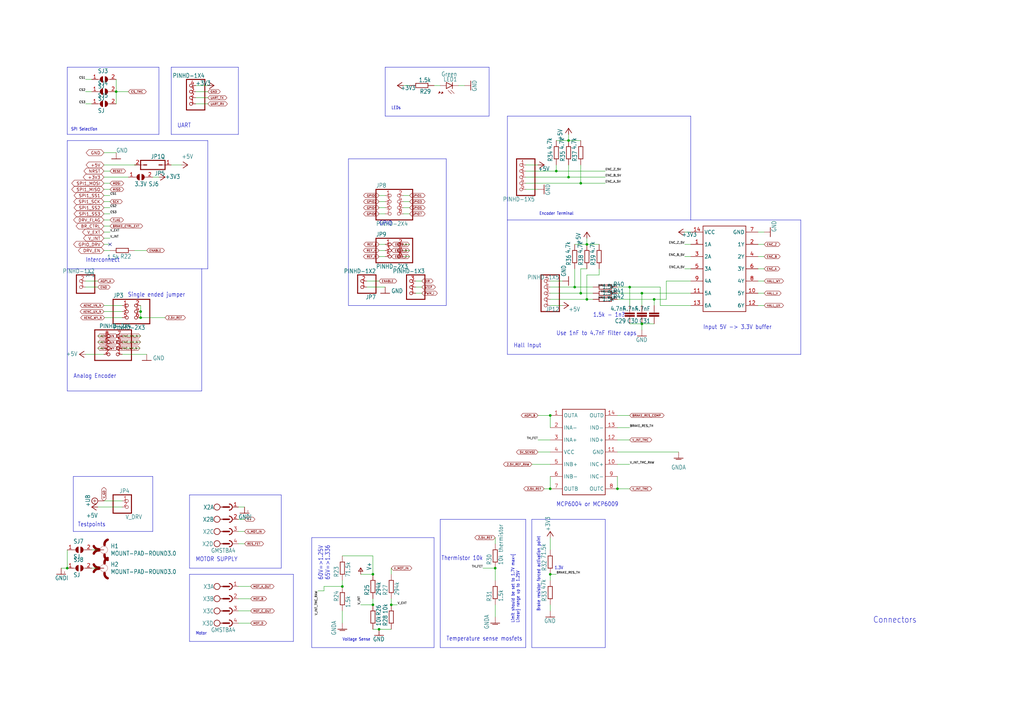
<source format=kicad_sch>
(kicad_sch
	(version 20250114)
	(generator "eeschema")
	(generator_version "9.0")
	(uuid "9f29107d-4516-47c8-9fac-b2d995f9ff36")
	(paper "User" 425.45 298.602)
	
	(text "1.3V"
		(exclude_from_sim no)
		(at 230.378 236.982 0)
		(effects
			(font
				(size 1.27 1.0795)
			)
			(justify left bottom)
		)
		(uuid "03dc2fbb-38fa-44f7-8023-cc6293594a30")
	)
	(text "Testpoints"
		(exclude_from_sim no)
		(at 32.258 219.202 0)
		(effects
			(font
				(size 1.778 1.5113)
			)
			(justify left bottom)
		)
		(uuid "1cedd4e0-2bd5-44be-a33e-c2a65060e55e")
	)
	(text "Connectors"
		(exclude_from_sim no)
		(at 362.712 259.334 0)
		(effects
			(font
				(size 2.54 2.159)
			)
			(justify left bottom)
		)
		(uuid "1d154813-54c3-4d6c-a161-0c248de760e8")
	)
	(text "Motor"
		(exclude_from_sim no)
		(at 81.28 264.16 0)
		(effects
			(font
				(size 1.27 1.0795)
			)
			(justify left bottom)
		)
		(uuid "21649470-4e79-4d43-af8c-c6f1b352229f")
	)
	(text "Single ended jumper"
		(exclude_from_sim no)
		(at 53.086 123.698 0)
		(effects
			(font
				(size 1.778 1.5113)
			)
			(justify left bottom)
		)
		(uuid "247ea659-d6a9-471b-863b-37a245fad552")
	)
	(text "LEDs"
		(exclude_from_sim no)
		(at 162.56 45.72 0)
		(effects
			(font
				(size 1.27 1.0795)
			)
			(justify left bottom)
		)
		(uuid "27300acd-f703-4f38-9dc3-5891e886edf2")
	)
	(text "UART"
		(exclude_from_sim no)
		(at 73.66 53.34 0)
		(effects
			(font
				(size 1.778 1.5113)
			)
			(justify left bottom)
		)
		(uuid "368c8f3a-cdc3-42f1-81c4-3de168c10144")
	)
	(text "60V=>1.25V\n65V=>1.336"
		(exclude_from_sim no)
		(at 137.16 241.3 90)
		(effects
			(font
				(size 1.778 1.5113)
			)
			(justify left bottom)
		)
		(uuid "41a97764-c101-4beb-bd10-87dc7cfca45f")
	)
	(text "Encoder Terminal"
		(exclude_from_sim no)
		(at 224.028 89.662 0)
		(effects
			(font
				(size 1.27 1.0795)
			)
			(justify left bottom)
		)
		(uuid "5f575cbd-6e34-4120-935b-820dd106d4c5")
	)
	(text "1.5k - 1n?"
		(exclude_from_sim no)
		(at 246.38 132.08 0)
		(effects
			(font
				(size 1.778 1.5113)
			)
			(justify left bottom)
		)
		(uuid "60910260-132c-40f8-adcb-78b01be17f46")
	)
	(text "Limit should be set to 1.7V max~{\nLinear} range up to 1.25V"
		(exclude_from_sim no)
		(at 215.9 259.08 90)
		(effects
			(font
				(size 1.27 1.0795)
			)
			(justify left bottom)
		)
		(uuid "868233e5-7f34-4923-9a16-7ca1eae7abf6")
	)
	(text "SPI Selection"
		(exclude_from_sim no)
		(at 29.464 54.61 0)
		(effects
			(font
				(size 1.27 1.0795)
			)
			(justify left bottom)
		)
		(uuid "8b0efcdb-69d8-4f4f-89c7-725ba5e77ca2")
	)
	(text "Temperature sense mosfets"
		(exclude_from_sim no)
		(at 185.42 266.7 0)
		(effects
			(font
				(size 1.778 1.5113)
			)
			(justify left bottom)
		)
		(uuid "909cd7e0-ab2d-4f58-a4df-8e34e52c0609")
	)
	(text "Thermistor 10k"
		(exclude_from_sim no)
		(at 200.66 231.14 0)
		(effects
			(font
				(size 1.778 1.5113)
			)
			(justify right top)
		)
		(uuid "9bd15213-05b2-4913-ab65-d9170dec3893")
	)
	(text "MCP6004 or MCP6009"
		(exclude_from_sim no)
		(at 231.14 210.82 0)
		(effects
			(font
				(size 1.778 1.5113)
			)
			(justify left bottom)
		)
		(uuid "b85f86bb-c67d-4019-9212-53a2fdeba4ec")
	)
	(text "Brake resistor forced activation point"
		(exclude_from_sim no)
		(at 224.536 254.254 90)
		(effects
			(font
				(size 1.27 1.0795)
			)
			(justify left bottom)
		)
		(uuid "b94ceb55-ff18-4460-9c3a-f9bbef57d570")
	)
	(text "Interconnect"
		(exclude_from_sim no)
		(at 35.56 109.22 0)
		(effects
			(font
				(size 1.778 1.5113)
			)
			(justify left bottom)
		)
		(uuid "cd76d267-b6bf-4fce-b3e0-e38daadfe4ca")
	)
	(text "MOTOR SUPPLY"
		(exclude_from_sim no)
		(at 81.28 233.68 0)
		(effects
			(font
				(size 1.778 1.5113)
			)
			(justify left bottom)
		)
		(uuid "d910ef09-8469-45b6-a1a5-db9ac3d175ac")
	)
	(text "Analog Encoder"
		(exclude_from_sim no)
		(at 30.48 157.48 0)
		(effects
			(font
				(size 1.778 1.5113)
			)
			(justify left bottom)
		)
		(uuid "d9b71bc1-8792-4187-8d77-ccbd1ae248b4")
	)
	(text "Hall Input"
		(exclude_from_sim no)
		(at 213.36 144.78 0)
		(effects
			(font
				(size 1.778 1.5113)
			)
			(justify left bottom)
		)
		(uuid "efcc71a4-c709-4cd4-b7ac-9406378cb63a")
	)
	(text "Voltage Sense"
		(exclude_from_sim no)
		(at 142.24 266.7 0)
		(effects
			(font
				(size 1.27 1.0795)
			)
			(justify left bottom)
		)
		(uuid "f8a4633d-75a5-42dd-905c-1aab7d1df983")
	)
	(text "Use 1nF to 4.7nF filter caps"
		(exclude_from_sim no)
		(at 231.14 139.7 0)
		(effects
			(font
				(size 1.778 1.5113)
			)
			(justify left bottom)
		)
		(uuid "f8f1774f-28b3-42a8-b376-e6b2edfd3956")
	)
	(text "GPIO"
		(exclude_from_sim no)
		(at 157.48 93.98 0)
		(effects
			(font
				(size 1.778 1.5113)
			)
			(justify left bottom)
		)
		(uuid "f900f6c8-1bc6-493e-9b95-2b7d75162272")
	)
	(text "Input 5V -> 3.3V buffer"
		(exclude_from_sim no)
		(at 292.1 137.16 0)
		(effects
			(font
				(size 1.778 1.5113)
			)
			(justify left bottom)
		)
		(uuid "ffca337c-fb1f-4602-80d1-6be732f3f31e")
	)
	(junction
		(at 261.62 119.38)
		(diameter 0)
		(color 0 0 0 0)
		(uuid "08851a73-7179-433c-b8d8-5e424b0a0c7e")
	)
	(junction
		(at 256.54 203.2)
		(diameter 0)
		(color 0 0 0 0)
		(uuid "0b7100e7-53f4-4d9b-bd2e-3fb47bd3b11b")
	)
	(junction
		(at 238.76 119.38)
		(diameter 0)
		(color 0 0 0 0)
		(uuid "0fc7861d-dbf3-4183-993c-f51d5a6b7284")
	)
	(junction
		(at 58.42 129.54)
		(diameter 0)
		(color 0 0 0 0)
		(uuid "12d35e78-2f54-47ae-ab2b-571006b8da1a")
	)
	(junction
		(at 58.42 132.08)
		(diameter 0)
		(color 0 0 0 0)
		(uuid "17b312bc-f2a1-46dc-a54d-3cd1436cf7bc")
	)
	(junction
		(at 142.24 243.84)
		(diameter 0)
		(color 0 0 0 0)
		(uuid "2527f5a3-66fe-4dca-9e3c-da33a170ff94")
	)
	(junction
		(at 157.48 261.62)
		(diameter 0)
		(color 0 0 0 0)
		(uuid "2c92bc61-f442-4676-a956-ddb3214d648e")
	)
	(junction
		(at 228.6 238.76)
		(diameter 0)
		(color 0 0 0 0)
		(uuid "2d334cc2-f395-4528-96af-fe1d773b1c1c")
	)
	(junction
		(at 154.94 238.76)
		(diameter 0)
		(color 0 0 0 0)
		(uuid "43ca9203-7542-416a-aa27-370ec6d52359")
	)
	(junction
		(at 48.26 38.1)
		(diameter 0)
		(color 0 0 0 0)
		(uuid "5098b75f-209f-4548-b4ea-b219d054652b")
	)
	(junction
		(at 271.78 124.46)
		(diameter 0)
		(color 0 0 0 0)
		(uuid "5110ed86-803b-4e78-82d1-c70bacb24ebd")
	)
	(junction
		(at 266.7 121.92)
		(diameter 0)
		(color 0 0 0 0)
		(uuid "70ca45f6-a435-48ba-8d45-850758bf99cf")
	)
	(junction
		(at 241.3 121.92)
		(diameter 0)
		(color 0 0 0 0)
		(uuid "7ed98dfe-9fe0-4a5b-9063-dc688e5f78a9")
	)
	(junction
		(at 266.7 134.62)
		(diameter 0)
		(color 0 0 0 0)
		(uuid "9aa404cb-73c9-4963-86d7-447de8585b82")
	)
	(junction
		(at 154.94 251.46)
		(diameter 0)
		(color 0 0 0 0)
		(uuid "a2473faa-6cdb-4d84-a0e8-227b7ad7b73e")
	)
	(junction
		(at 228.6 172.72)
		(diameter 0)
		(color 0 0 0 0)
		(uuid "ad148cd3-2c60-439e-9d7c-c0c55a9c6143")
	)
	(junction
		(at 228.6 203.2)
		(diameter 0)
		(color 0 0 0 0)
		(uuid "add34c43-6db2-4b47-b4fb-f44a10c258ec")
	)
	(junction
		(at 27.94 236.22)
		(diameter 0)
		(color 0 0 0 0)
		(uuid "bb5690c5-51a2-46a5-a70f-537de1e6e62e")
	)
	(junction
		(at 205.74 236.22)
		(diameter 0)
		(color 0 0 0 0)
		(uuid "be2275b3-5aa7-48ce-ae44-9a58235a0667")
	)
	(junction
		(at 243.84 101.6)
		(diameter 0)
		(color 0 0 0 0)
		(uuid "c357895b-8706-4ba1-8b3b-ca046aeaca24")
	)
	(junction
		(at 162.56 251.46)
		(diameter 0)
		(color 0 0 0 0)
		(uuid "cc52ef41-e2a5-446c-8cb3-1b08e8996176")
	)
	(junction
		(at 231.14 71.12)
		(diameter 0)
		(color 0 0 0 0)
		(uuid "d87d365b-11c6-4c2f-94fa-29c3ad34a5b5")
	)
	(junction
		(at 236.22 58.42)
		(diameter 0)
		(color 0 0 0 0)
		(uuid "db04faa1-fc06-4c44-8d88-a4c9d597e0ab")
	)
	(junction
		(at 243.84 124.46)
		(diameter 0)
		(color 0 0 0 0)
		(uuid "e8fa10a7-011b-4656-82fe-e09816231579")
	)
	(junction
		(at 241.3 76.2)
		(diameter 0)
		(color 0 0 0 0)
		(uuid "f0e268eb-5c58-40ce-a318-071f37e46a7d")
	)
	(junction
		(at 236.22 73.66)
		(diameter 0)
		(color 0 0 0 0)
		(uuid "f81260c6-4ce1-4c56-b0cd-dfcf06e6a165")
	)
	(no_connect
		(at 45.72 101.6)
		(uuid "5454dc31-5337-4314-ba1e-7fe6ef16d776")
	)
	(wire
		(pts
			(xy 256.54 193.04) (xy 261.62 193.04)
		)
		(stroke
			(width 0.1524)
			(type solid)
		)
		(uuid "01222891-9d86-4605-918c-5803e90485cd")
	)
	(wire
		(pts
			(xy 162.56 238.76) (xy 162.56 236.22)
		)
		(stroke
			(width 0.1524)
			(type solid)
		)
		(uuid "01ea57ae-790d-4b89-a754-8045df60eec8")
	)
	(polyline
		(pts
			(xy 218.44 215.9) (xy 182.88 215.9)
		)
		(stroke
			(width 0.1524)
			(type solid)
		)
		(uuid "0256dcae-2714-45d1-a65f-1f7b35fd2632")
	)
	(wire
		(pts
			(xy 35.56 119.38) (xy 40.64 119.38)
		)
		(stroke
			(width 0.1524)
			(type solid)
		)
		(uuid "0260a954-c151-4a2d-acab-a96d7ed28a05")
	)
	(polyline
		(pts
			(xy 210.82 91.44) (xy 287.02 91.44)
		)
		(stroke
			(width 0.1524)
			(type solid)
		)
		(uuid "0755e8dd-d09c-4275-8ed1-13753a07c14d")
	)
	(wire
		(pts
			(xy 27.94 236.22) (xy 25.4 236.22)
		)
		(stroke
			(width 0.1524)
			(type solid)
		)
		(uuid "078b0b39-24c9-41cc-bb95-64ca7928cc26")
	)
	(polyline
		(pts
			(xy 332.74 147.32) (xy 332.74 91.44)
		)
		(stroke
			(width 0.1524)
			(type solid)
		)
		(uuid "07b68e13-db20-435d-aea9-a63d05cf3f1b")
	)
	(wire
		(pts
			(xy 43.18 147.32) (xy 35.56 147.32)
		)
		(stroke
			(width 0.1524)
			(type solid)
		)
		(uuid "08b1e734-e172-4f53-a77b-17dc28db298d")
	)
	(wire
		(pts
			(xy 243.84 99.06) (xy 243.84 101.6)
		)
		(stroke
			(width 0.1524)
			(type solid)
		)
		(uuid "09da0208-7d3c-4982-9d4f-22251f860737")
	)
	(wire
		(pts
			(xy 99.06 220.98) (xy 101.6 220.98)
		)
		(stroke
			(width 0.1524)
			(type solid)
		)
		(uuid "0b8d035c-ddf9-4b83-862d-94ac9fbe00e6")
	)
	(polyline
		(pts
			(xy 121.92 266.7) (xy 121.92 238.76)
		)
		(stroke
			(width 0.1524)
			(type solid)
		)
		(uuid "0ba89a55-940e-46b7-ae18-cfcc8c76ae70")
	)
	(wire
		(pts
			(xy 43.18 93.98) (xy 45.72 93.98)
		)
		(stroke
			(width 0.1524)
			(type solid)
		)
		(uuid "0c72db78-61e9-45fc-9f75-0bb934437d47")
	)
	(polyline
		(pts
			(xy 218.44 269.24) (xy 218.44 215.9)
		)
		(stroke
			(width 0.1524)
			(type solid)
		)
		(uuid "0cedc3ad-4033-4ed3-8fe2-bfdfca772632")
	)
	(wire
		(pts
			(xy 66.04 73.66) (xy 63.5 73.66)
		)
		(stroke
			(width 0.1524)
			(type solid)
		)
		(uuid "0ef108e4-0f99-432e-b2cd-f93f809b1abe")
	)
	(polyline
		(pts
			(xy 78.74 238.76) (xy 78.74 266.7)
		)
		(stroke
			(width 0.1524)
			(type solid)
		)
		(uuid "0ff6250c-1630-4600-9e42-be068c29e369")
	)
	(wire
		(pts
			(xy 175.26 121.92) (xy 172.72 121.92)
		)
		(stroke
			(width 0.1524)
			(type solid)
		)
		(uuid "102e7490-b9d2-4da6-8ad7-5ef1e064c8b5")
	)
	(polyline
		(pts
			(xy 30.48 198.12) (xy 30.48 220.98)
		)
		(stroke
			(width 0.1524)
			(type solid)
		)
		(uuid "1254453e-619a-45e7-891c-57556c7b8f83")
	)
	(wire
		(pts
			(xy 243.84 114.3) (xy 243.84 124.46)
		)
		(stroke
			(width 0.1524)
			(type solid)
		)
		(uuid "1289c0f7-7cab-4fa7-a146-e6d8179070b9")
	)
	(wire
		(pts
			(xy 228.6 238.76) (xy 231.14 238.76)
		)
		(stroke
			(width 0.1524)
			(type solid)
		)
		(uuid "13ba2462-9ab3-4f32-95c8-7cd1d888cf93")
	)
	(wire
		(pts
			(xy 317.5 106.68) (xy 314.96 106.68)
		)
		(stroke
			(width 0.1524)
			(type solid)
		)
		(uuid "17a0df75-1b1c-4b7e-88b1-a63e6e9181d2")
	)
	(wire
		(pts
			(xy 154.94 231.14) (xy 154.94 238.76)
		)
		(stroke
			(width 0.1524)
			(type solid)
		)
		(uuid "1885cf71-6cc4-4505-8a10-8dfb63331780")
	)
	(wire
		(pts
			(xy 287.02 106.68) (xy 284.48 106.68)
		)
		(stroke
			(width 0.1524)
			(type solid)
		)
		(uuid "193bdbc4-1993-4236-b18e-85a82271c5de")
	)
	(wire
		(pts
			(xy 251.46 71.12) (xy 231.14 71.12)
		)
		(stroke
			(width 0.1524)
			(type solid)
		)
		(uuid "197c8b22-5ef7-45ea-829d-ac02f9e6f2b0")
	)
	(wire
		(pts
			(xy 205.74 236.22) (xy 205.74 241.3)
		)
		(stroke
			(width 0.1524)
			(type solid)
		)
		(uuid "1b0cbc60-829f-4d44-b8b5-4a13cdcab379")
	)
	(wire
		(pts
			(xy 160.02 88.9) (xy 157.48 88.9)
		)
		(stroke
			(width 0.1524)
			(type solid)
		)
		(uuid "1b289157-39a7-459c-849b-c60b821cfc0c")
	)
	(wire
		(pts
			(xy 170.18 35.56) (xy 167.64 35.56)
		)
		(stroke
			(width 0.1524)
			(type solid)
		)
		(uuid "1bd5ea5e-ee1f-449c-849d-943910adff9e")
	)
	(wire
		(pts
			(xy 149.86 238.76) (xy 154.94 238.76)
		)
		(stroke
			(width 0.1524)
			(type solid)
		)
		(uuid "1e116700-ca63-44ac-9e45-4137ed8a0688")
	)
	(wire
		(pts
			(xy 246.38 119.38) (xy 238.76 119.38)
		)
		(stroke
			(width 0.1524)
			(type solid)
		)
		(uuid "1ef2281d-0a92-4b31-af44-a4c409c9a152")
	)
	(wire
		(pts
			(xy 99.06 254) (xy 104.14 254)
		)
		(stroke
			(width 0.1524)
			(type solid)
		)
		(uuid "2012c66c-7368-420f-8998-1a6e8f67f681")
	)
	(wire
		(pts
			(xy 241.3 111.76) (xy 241.3 121.92)
		)
		(stroke
			(width 0.1524)
			(type solid)
		)
		(uuid "206d6292-95eb-44f4-8197-ddc7302fd2f8")
	)
	(wire
		(pts
			(xy 287.02 96.52) (xy 284.48 96.52)
		)
		(stroke
			(width 0.1524)
			(type solid)
		)
		(uuid "2166efc0-5c42-4f1d-839c-b72dd92d33f0")
	)
	(wire
		(pts
			(xy 48.26 38.1) (xy 53.34 38.1)
		)
		(stroke
			(width 0.1524)
			(type solid)
		)
		(uuid "21800b86-2c8a-4aad-b030-10b90a92dca1")
	)
	(wire
		(pts
			(xy 152.4 119.38) (xy 160.02 119.38)
		)
		(stroke
			(width 0.1524)
			(type solid)
		)
		(uuid "2237db94-51e9-4f55-a44f-0f1452b068fa")
	)
	(wire
		(pts
			(xy 27.94 236.22) (xy 27.94 228.6)
		)
		(stroke
			(width 0.1524)
			(type solid)
		)
		(uuid "223a5fcd-98be-49fb-bf67-d782e205bd4d")
	)
	(wire
		(pts
			(xy 228.6 172.72) (xy 223.52 172.72)
		)
		(stroke
			(width 0.1524)
			(type solid)
		)
		(uuid "224b9d19-bf3f-4c5d-926b-1e0e71eadc4b")
	)
	(polyline
		(pts
			(xy 180.34 269.24) (xy 129.54 269.24)
		)
		(stroke
			(width 0.1524)
			(type solid)
		)
		(uuid "2380978b-8331-42e8-a854-e33494814fe9")
	)
	(wire
		(pts
			(xy 157.48 106.68) (xy 160.02 106.68)
		)
		(stroke
			(width 0.1524)
			(type solid)
		)
		(uuid "240e2650-fd5c-4b32-aa75-81dac087b251")
	)
	(polyline
		(pts
			(xy 66.04 27.94) (xy 27.94 27.94)
		)
		(stroke
			(width 0.1524)
			(type solid)
		)
		(uuid "2413b9cb-76e1-4f72-8f48-6d95d994e3b3")
	)
	(wire
		(pts
			(xy 256.54 124.46) (xy 271.78 124.46)
		)
		(stroke
			(width 0.1524)
			(type solid)
		)
		(uuid "24e11a50-06ac-43fc-8d68-68e7b3bcab39")
	)
	(wire
		(pts
			(xy 205.74 251.46) (xy 205.74 256.54)
		)
		(stroke
			(width 0.1524)
			(type solid)
		)
		(uuid "24f6745d-0a81-4f6e-988d-a21f0f49daf1")
	)
	(wire
		(pts
			(xy 228.6 251.46) (xy 228.6 254)
		)
		(stroke
			(width 0.1524)
			(type solid)
		)
		(uuid "2551e752-aa94-4e49-90df-d539fb60a48f")
	)
	(wire
		(pts
			(xy 271.78 124.46) (xy 276.86 124.46)
		)
		(stroke
			(width 0.1524)
			(type solid)
		)
		(uuid "2615f9d6-d2a8-4e43-bf71-f617bff5a408")
	)
	(polyline
		(pts
			(xy 116.84 236.22) (xy 78.74 236.22)
		)
		(stroke
			(width 0.1524)
			(type solid)
		)
		(uuid "287a0f1b-e61d-4d20-bb95-4127beb6bf15")
	)
	(wire
		(pts
			(xy 55.88 104.14) (xy 60.96 104.14)
		)
		(stroke
			(width 0.1524)
			(type solid)
		)
		(uuid "2a26e77d-676f-4274-a82d-78fb51ff9b29")
	)
	(wire
		(pts
			(xy 99.06 215.9) (xy 101.6 215.9)
		)
		(stroke
			(width 0.1524)
			(type solid)
		)
		(uuid "2e14cf7a-2d94-47cd-9d24-9532f3a03172")
	)
	(wire
		(pts
			(xy 287.02 101.6) (xy 284.48 101.6)
		)
		(stroke
			(width 0.1524)
			(type solid)
		)
		(uuid "2eb37eaf-9bfe-4516-9f67-2cd9d9cfba3c")
	)
	(wire
		(pts
			(xy 75.438 68.58) (xy 71.12 68.58)
		)
		(stroke
			(width 0.1524)
			(type solid)
		)
		(uuid "2f567d61-7804-46d2-8b5d-8cc5c6e561d0")
	)
	(wire
		(pts
			(xy 58.42 132.08) (xy 68.58 132.08)
		)
		(stroke
			(width 0.1524)
			(type solid)
		)
		(uuid "2fd1af12-accf-4274-8864-eaf2306261f8")
	)
	(polyline
		(pts
			(xy 66.04 55.88) (xy 66.04 27.94)
		)
		(stroke
			(width 0.1524)
			(type solid)
		)
		(uuid "300dc002-9beb-41c2-a05d-334922137822")
	)
	(wire
		(pts
			(xy 58.42 142.24) (xy 50.8 142.24)
		)
		(stroke
			(width 0.1524)
			(type solid)
		)
		(uuid "313343a3-a254-4352-b38b-7e6b585855c6")
	)
	(wire
		(pts
			(xy 167.64 104.14) (xy 170.18 104.14)
		)
		(stroke
			(width 0.1524)
			(type solid)
		)
		(uuid "33026afe-7012-45b3-a04c-8295b1a98f15")
	)
	(wire
		(pts
			(xy 218.44 68.58) (xy 223.52 68.58)
		)
		(stroke
			(width 0.1524)
			(type solid)
		)
		(uuid "358abf79-fda3-4b31-9e35-e70a37ea1d9a")
	)
	(wire
		(pts
			(xy 50.8 132.08) (xy 43.434 132.08)
		)
		(stroke
			(width 0.1524)
			(type solid)
		)
		(uuid "36b681c6-770d-4f7b-b3a7-5dfa83d22021")
	)
	(wire
		(pts
			(xy 43.18 139.7) (xy 40.64 139.7)
		)
		(stroke
			(width 0.1524)
			(type solid)
		)
		(uuid "3e3be315-c2a5-4a07-b267-d18210401ed6")
	)
	(wire
		(pts
			(xy 152.4 116.84) (xy 157.48 116.84)
		)
		(stroke
			(width 0.1524)
			(type solid)
		)
		(uuid "420029df-e90b-4fad-a773-c9d146bec44d")
	)
	(wire
		(pts
			(xy 241.3 76.2) (xy 218.44 76.2)
		)
		(stroke
			(width 0.1524)
			(type solid)
		)
		(uuid "424bae28-4337-478e-a6b0-b05917bf84fd")
	)
	(wire
		(pts
			(xy 170.18 86.36) (xy 167.64 86.36)
		)
		(stroke
			(width 0.1524)
			(type solid)
		)
		(uuid "426c4532-92c8-484f-b4a3-a5dbfdd7eee4")
	)
	(polyline
		(pts
			(xy 99.06 27.94) (xy 71.12 27.94)
		)
		(stroke
			(width 0.1524)
			(type solid)
		)
		(uuid "42aa1767-d0e6-4268-b14d-2035764a7d9a")
	)
	(wire
		(pts
			(xy 256.54 177.8) (xy 261.62 177.8)
		)
		(stroke
			(width 0.1524)
			(type solid)
		)
		(uuid "42c5f191-0097-4aac-baf7-864271ae862c")
	)
	(wire
		(pts
			(xy 256.54 187.96) (xy 281.94 187.96)
		)
		(stroke
			(width 0.1524)
			(type solid)
		)
		(uuid "43ca909b-4708-4a9d-b291-d16ad24acc69")
	)
	(wire
		(pts
			(xy 38.1 236.22) (xy 40.64 236.22)
		)
		(stroke
			(width 0.1524)
			(type solid)
		)
		(uuid "45515688-8793-4f7b-bd2a-50b6aad70ecf")
	)
	(polyline
		(pts
			(xy 129.54 223.52) (xy 180.34 223.52)
		)
		(stroke
			(width 0.1524)
			(type solid)
		)
		(uuid "459632f0-eed1-44f0-97df-880e8f8916f5")
	)
	(wire
		(pts
			(xy 228.6 203.2) (xy 226.06 203.2)
		)
		(stroke
			(width 0.1524)
			(type solid)
		)
		(uuid "461a16bd-cfb7-41d6-a05d-3d1fc559b90c")
	)
	(polyline
		(pts
			(xy 78.74 236.22) (xy 78.74 205.74)
		)
		(stroke
			(width 0.1524)
			(type solid)
		)
		(uuid "46cd7edb-c2e7-4a4f-9b4d-9d1d016484fc")
	)
	(wire
		(pts
			(xy 35.56 116.84) (xy 40.64 116.84)
		)
		(stroke
			(width 0.1524)
			(type solid)
		)
		(uuid "4825abe4-a67e-423e-8764-0f1ce1533cb6")
	)
	(wire
		(pts
			(xy 231.14 71.12) (xy 218.44 71.12)
		)
		(stroke
			(width 0.1524)
			(type solid)
		)
		(uuid "483abe50-c62c-47ad-b3c7-3cfaf12f3f52")
	)
	(polyline
		(pts
			(xy 144.78 66.04) (xy 144.78 127)
		)
		(stroke
			(width 0.1524)
			(type solid)
		)
		(uuid "486fde44-3e83-446e-acb6-d9460d427b0b")
	)
	(wire
		(pts
			(xy 56.896 68.58) (xy 55.88 68.58)
		)
		(stroke
			(width 0.1524)
			(type solid)
		)
		(uuid "48a85a5f-0225-420f-b5f9-0186533c79c2")
	)
	(wire
		(pts
			(xy 43.18 76.2) (xy 45.72 76.2)
		)
		(stroke
			(width 0.1524)
			(type solid)
		)
		(uuid "4a27c95c-13ef-425c-a38c-131cf5155a39")
	)
	(wire
		(pts
			(xy 167.64 88.9) (xy 170.18 88.9)
		)
		(stroke
			(width 0.1524)
			(type solid)
		)
		(uuid "4c2d6367-0594-48be-b589-260edcdf7dd6")
	)
	(wire
		(pts
			(xy 243.84 124.46) (xy 246.38 124.46)
		)
		(stroke
			(width 0.1524)
			(type solid)
		)
		(uuid "4c5f6884-ac1d-498f-bf17-0cb4c0dbd53d")
	)
	(wire
		(pts
			(xy 256.54 119.38) (xy 261.62 119.38)
		)
		(stroke
			(width 0.1524)
			(type solid)
		)
		(uuid "4db532d6-4c56-4e31-ad6b-c558c3a9860e")
	)
	(wire
		(pts
			(xy 43.18 83.82) (xy 45.72 83.82)
		)
		(stroke
			(width 0.1524)
			(type solid)
		)
		(uuid "4e494cb0-b427-4e70-b5ca-d42c61a020d9")
	)
	(wire
		(pts
			(xy 154.94 248.92) (xy 154.94 251.46)
		)
		(stroke
			(width 0.1524)
			(type solid)
		)
		(uuid "4eaa6a51-efb8-40de-aad8-25241037d8e6")
	)
	(wire
		(pts
			(xy 45.72 104.14) (xy 43.18 104.14)
		)
		(stroke
			(width 0.1524)
			(type solid)
		)
		(uuid "4fa3da45-d912-45e9-8f78-2b9c7a01cc88")
	)
	(polyline
		(pts
			(xy 203.2 48.26) (xy 203.2 27.94)
		)
		(stroke
			(width 0.1524)
			(type solid)
		)
		(uuid "4fe59361-2417-46a0-b16d-d8f47ff9bc91")
	)
	(polyline
		(pts
			(xy 185.42 66.04) (xy 144.78 66.04)
		)
		(stroke
			(width 0.1524)
			(type solid)
		)
		(uuid "506841c9-c47f-4fdc-bef8-dfc01a1755b5")
	)
	(wire
		(pts
			(xy 99.06 248.92) (xy 104.14 248.92)
		)
		(stroke
			(width 0.1524)
			(type solid)
		)
		(uuid "538b8efb-17e7-4ee7-96b3-0651124108c7")
	)
	(wire
		(pts
			(xy 271.78 127) (xy 271.78 124.46)
		)
		(stroke
			(width 0.1524)
			(type solid)
		)
		(uuid "549c38c2-f1b8-4124-b373-fe8f5fd2771b")
	)
	(wire
		(pts
			(xy 228.6 172.72) (xy 228.6 177.8)
		)
		(stroke
			(width 0.1524)
			(type solid)
		)
		(uuid "54f4af3a-c3d7-4cd8-844a-9d237ff217b7")
	)
	(polyline
		(pts
			(xy 220.98 269.24) (xy 251.46 269.24)
		)
		(stroke
			(width 0.1524)
			(type solid)
		)
		(uuid "54f75f1b-f64a-4378-9beb-543c910fc86c")
	)
	(wire
		(pts
			(xy 256.54 172.72) (xy 261.62 172.72)
		)
		(stroke
			(width 0.1524)
			(type solid)
		)
		(uuid "551329a6-704b-408d-a0f9-15123133a9df")
	)
	(wire
		(pts
			(xy 238.76 111.76) (xy 238.76 119.38)
		)
		(stroke
			(width 0.1524)
			(type solid)
		)
		(uuid "59373bfd-7aba-4771-997b-5be3081767c5")
	)
	(polyline
		(pts
			(xy 210.82 147.32) (xy 332.74 147.32)
		)
		(stroke
			(width 0.1524)
			(type solid)
		)
		(uuid "5ab59bc7-3d62-4bc0-8694-e6bcd784b9d7")
	)
	(wire
		(pts
			(xy 228.6 238.76) (xy 228.6 241.3)
		)
		(stroke
			(width 0.1524)
			(type solid)
		)
		(uuid "5c57f56e-4a0a-4d75-92a1-3b472b12c0da")
	)
	(wire
		(pts
			(xy 266.7 134.62) (xy 266.7 137.16)
		)
		(stroke
			(width 0.1524)
			(type solid)
		)
		(uuid "5d907906-68d8-4715-9955-8926b3a66cfe")
	)
	(wire
		(pts
			(xy 172.72 116.84) (xy 175.26 116.84)
		)
		(stroke
			(width 0.1524)
			(type solid)
		)
		(uuid "5dd656c8-f365-45e4-a85f-d8520e78585d")
	)
	(wire
		(pts
			(xy 99.06 259.08) (xy 104.14 259.08)
		)
		(stroke
			(width 0.1524)
			(type solid)
		)
		(uuid "5f5c24da-f16a-42ae-85cf-5de5dce9dbf6")
	)
	(wire
		(pts
			(xy 48.26 33.02) (xy 48.26 38.1)
		)
		(stroke
			(width 0.1524)
			(type solid)
		)
		(uuid "60d650e3-bc98-4c34-9a9a-a585ebe595ef")
	)
	(wire
		(pts
			(xy 160.02 81.28) (xy 157.48 81.28)
		)
		(stroke
			(width 0.1524)
			(type solid)
		)
		(uuid "62842a2e-6e08-4b35-b3b5-8cc3021ff4cc")
	)
	(wire
		(pts
			(xy 43.18 81.28) (xy 45.72 81.28)
		)
		(stroke
			(width 0.1524)
			(type solid)
		)
		(uuid "62ccb81a-0a1f-46f0-8189-e81da81a0c62")
	)
	(wire
		(pts
			(xy 228.6 116.84) (xy 233.68 116.84)
		)
		(stroke
			(width 0.1524)
			(type solid)
		)
		(uuid "642caed2-8a79-4e4f-aa39-1a9b08fed699")
	)
	(wire
		(pts
			(xy 160.02 101.6) (xy 157.48 101.6)
		)
		(stroke
			(width 0.1524)
			(type solid)
		)
		(uuid "6552a7b3-4f3b-4b71-957f-dda40644cff9")
	)
	(wire
		(pts
			(xy 142.24 254) (xy 142.24 259.08)
		)
		(stroke
			(width 0.1524)
			(type solid)
		)
		(uuid "65e7e656-d722-4c6a-9756-cce9c8ae22bf")
	)
	(polyline
		(pts
			(xy 210.82 91.44) (xy 210.82 147.32)
		)
		(stroke
			(width 0.1524)
			(type solid)
		)
		(uuid "67632395-f84d-48f8-8124-b6d3cbe8c32e")
	)
	(wire
		(pts
			(xy 43.18 63.5) (xy 48.26 63.5)
		)
		(stroke
			(width 0.1524)
			(type solid)
		)
		(uuid "68869752-e3cb-40cb-8be0-bc22b452b6b5")
	)
	(wire
		(pts
			(xy 154.94 261.62) (xy 157.48 261.62)
		)
		(stroke
			(width 0.1524)
			(type solid)
		)
		(uuid "6a3e2c49-1608-4a73-a712-d14e21da22b6")
	)
	(wire
		(pts
			(xy 43.18 144.78) (xy 40.64 144.78)
		)
		(stroke
			(width 0.1524)
			(type solid)
		)
		(uuid "6a4e3e75-a10d-4bdd-948b-e2384829d33d")
	)
	(wire
		(pts
			(xy 40.64 228.6) (xy 38.1 228.6)
		)
		(stroke
			(width 0.1524)
			(type solid)
		)
		(uuid "6ba48366-ec89-46ce-9d25-d56d505be0b9")
	)
	(polyline
		(pts
			(xy 203.2 27.94) (xy 160.02 27.94)
		)
		(stroke
			(width 0.1524)
			(type solid)
		)
		(uuid "6ba6f6fa-a12c-46d8-8560-01e9235bc2de")
	)
	(wire
		(pts
			(xy 256.54 182.88) (xy 261.62 182.88)
		)
		(stroke
			(width 0.1524)
			(type solid)
		)
		(uuid "6f7fb16b-2de2-43da-bef1-40a0aa63a0d2")
	)
	(wire
		(pts
			(xy 276.86 116.84) (xy 287.02 116.84)
		)
		(stroke
			(width 0.1524)
			(type solid)
		)
		(uuid "6fc29a15-8789-4685-9bb1-177c6dc68406")
	)
	(wire
		(pts
			(xy 35.56 43.18) (xy 38.1 43.18)
		)
		(stroke
			(width 0.1524)
			(type solid)
		)
		(uuid "7184f1bb-4d13-4bc2-9340-40738aef33af")
	)
	(wire
		(pts
			(xy 43.18 142.24) (xy 40.64 142.24)
		)
		(stroke
			(width 0.1524)
			(type solid)
		)
		(uuid "740cb4e8-079c-42f2-b97d-c8049cf8ff56")
	)
	(wire
		(pts
			(xy 40.64 210.82) (xy 50.8 210.82)
		)
		(stroke
			(width 0.1524)
			(type solid)
		)
		(uuid "762a1585-4e21-4fdd-b2e7-5c929aabc3db")
	)
	(polyline
		(pts
			(xy 78.74 266.7) (xy 121.92 266.7)
		)
		(stroke
			(width 0.1524)
			(type solid)
		)
		(uuid "794307e1-9f4a-41f3-936e-9169fbdded9f")
	)
	(wire
		(pts
			(xy 276.86 124.46) (xy 276.86 116.84)
		)
		(stroke
			(width 0.1524)
			(type solid)
		)
		(uuid "799a66b4-baf1-484e-a8ad-560305e51074")
	)
	(wire
		(pts
			(xy 35.56 38.1) (xy 38.1 38.1)
		)
		(stroke
			(width 0.1524)
			(type solid)
		)
		(uuid "7a76afd0-1d94-4a46-84cb-be0f720e13c0")
	)
	(wire
		(pts
			(xy 58.42 129.54) (xy 58.42 132.08)
		)
		(stroke
			(width 0.1524)
			(type solid)
		)
		(uuid "7ab4fc99-e5e8-4f9b-b8a2-09e9d9201252")
	)
	(polyline
		(pts
			(xy 63.5 198.12) (xy 30.48 198.12)
		)
		(stroke
			(width 0.1524)
			(type solid)
		)
		(uuid "7cfe8b3b-7d00-450d-9ba5-38ea0753f04b")
	)
	(wire
		(pts
			(xy 228.6 124.46) (xy 243.84 124.46)
		)
		(stroke
			(width 0.1524)
			(type solid)
		)
		(uuid "7d08e0a9-bd84-4fb9-af11-06b888b2fee1")
	)
	(wire
		(pts
			(xy 317.5 111.76) (xy 314.96 111.76)
		)
		(stroke
			(width 0.1524)
			(type solid)
		)
		(uuid "7df8794b-a8ec-43c2-909a-b2be3f796dff")
	)
	(polyline
		(pts
			(xy 27.94 162.56) (xy 83.82 162.56)
		)
		(stroke
			(width 0.1524)
			(type solid)
		)
		(uuid "81239c6a-c769-4b6f-a16b-ee42a68b16f2")
	)
	(polyline
		(pts
			(xy 185.42 127) (xy 185.42 66.04)
		)
		(stroke
			(width 0.1524)
			(type solid)
		)
		(uuid "817b7bd9-32f0-424a-84d9-b5fc6ce2adf7")
	)
	(wire
		(pts
			(xy 266.7 134.62) (xy 271.78 134.62)
		)
		(stroke
			(width 0.1524)
			(type solid)
		)
		(uuid "85142311-4f79-4b7f-9b97-9528acd28d84")
	)
	(wire
		(pts
			(xy 314.96 127) (xy 317.5 127)
		)
		(stroke
			(width 0.1524)
			(type solid)
		)
		(uuid "85a9d08e-3a02-4247-b2e4-39102603bbef")
	)
	(polyline
		(pts
			(xy 121.92 238.76) (xy 78.74 238.76)
		)
		(stroke
			(width 0.1524)
			(type solid)
		)
		(uuid "85d31aeb-ab66-47a7-a1cb-f819f908056a")
	)
	(wire
		(pts
			(xy 81.28 35.56) (xy 86.36 35.56)
		)
		(stroke
			(width 0.1524)
			(type solid)
		)
		(uuid "88239b2a-4c1e-47f7-b2de-f5f562c47db6")
	)
	(wire
		(pts
			(xy 172.72 119.38) (xy 175.26 119.38)
		)
		(stroke
			(width 0.1524)
			(type solid)
		)
		(uuid "88f01601-0ac9-4e79-abe7-cab17bf61eac")
	)
	(polyline
		(pts
			(xy 99.06 55.88) (xy 99.06 27.94)
		)
		(stroke
			(width 0.1524)
			(type solid)
		)
		(uuid "896c96c4-81b0-4313-9272-33b958856878")
	)
	(wire
		(pts
			(xy 241.3 121.92) (xy 246.38 121.92)
		)
		(stroke
			(width 0.1524)
			(type solid)
		)
		(uuid "8b4489e5-940d-41ce-813f-24d652769017")
	)
	(polyline
		(pts
			(xy 160.02 48.26) (xy 203.2 48.26)
		)
		(stroke
			(width 0.1524)
			(type solid)
		)
		(uuid "8b5a3094-6d75-4ecd-8a16-27106bff8ad7")
	)
	(wire
		(pts
			(xy 248.92 114.3) (xy 243.84 114.3)
		)
		(stroke
			(width 0.1524)
			(type solid)
		)
		(uuid "8bba7756-d2ef-4c59-a505-9211774045a1")
	)
	(polyline
		(pts
			(xy 251.46 269.24) (xy 251.46 215.9)
		)
		(stroke
			(width 0.1524)
			(type solid)
		)
		(uuid "8c3c14ab-5db2-4ccb-b681-0cabeb6870bc")
	)
	(wire
		(pts
			(xy 314.96 101.6) (xy 317.5 101.6)
		)
		(stroke
			(width 0.1524)
			(type solid)
		)
		(uuid "8cd7a05b-2ce0-4dcd-80bc-e4af5dd5d865")
	)
	(wire
		(pts
			(xy 261.62 134.62) (xy 266.7 134.62)
		)
		(stroke
			(width 0.1524)
			(type solid)
		)
		(uuid "8d2393f9-56e9-461a-9ad5-1c09e8a22f4c")
	)
	(polyline
		(pts
			(xy 63.5 220.98) (xy 63.5 198.12)
		)
		(stroke
			(width 0.1524)
			(type solid)
		)
		(uuid "8d2b59c6-0485-4f6d-a4db-dae1f18ff4e0")
	)
	(polyline
		(pts
			(xy 251.46 215.9) (xy 220.98 215.9)
		)
		(stroke
			(width 0.1524)
			(type solid)
		)
		(uuid "8e74380a-a662-44b5-b43b-f16d409c8d8a")
	)
	(wire
		(pts
			(xy 236.22 68.58) (xy 236.22 73.66)
		)
		(stroke
			(width 0.1524)
			(type solid)
		)
		(uuid "90046d27-ac53-442d-b7a2-53d54d803681")
	)
	(wire
		(pts
			(xy 256.54 203.2) (xy 261.62 203.2)
		)
		(stroke
			(width 0.1524)
			(type solid)
		)
		(uuid "928292e4-f994-4e61-bc6c-dbfbfc8eff8e")
	)
	(wire
		(pts
			(xy 132.08 245.618) (xy 134.62 245.618)
		)
		(stroke
			(width 0.1524)
			(type solid)
		)
		(uuid "92b199ce-7670-482f-b021-f1345ae71de1")
	)
	(wire
		(pts
			(xy 228.6 187.96) (xy 223.52 187.96)
		)
		(stroke
			(width 0.1524)
			(type solid)
		)
		(uuid "94a4745f-e5e8-4c45-893b-8ac587ef6322")
	)
	(wire
		(pts
			(xy 101.6 210.82) (xy 99.06 210.82)
		)
		(stroke
			(width 0.1524)
			(type solid)
		)
		(uuid "96814768-e7db-4c81-9c37-06cd8f2c243c")
	)
	(wire
		(pts
			(xy 190.5 35.56) (xy 193.04 35.56)
		)
		(stroke
			(width 0.1524)
			(type solid)
		)
		(uuid "969ed114-e2a5-4c6a-bef4-0198bd8209e9")
	)
	(polyline
		(pts
			(xy 71.12 55.88) (xy 99.06 55.88)
		)
		(stroke
			(width 0.1524)
			(type solid)
		)
		(uuid "96b947d3-8b42-4628-947f-a3ef7cd0df31")
	)
	(polyline
		(pts
			(xy 27.94 111.76) (xy 27.94 162.56)
		)
		(stroke
			(width 0.1524)
			(type solid)
		)
		(uuid "96f40122-14ed-4531-bed3-22313d55838a")
	)
	(wire
		(pts
			(xy 167.64 81.28) (xy 170.18 81.28)
		)
		(stroke
			(width 0.1524)
			(type solid)
		)
		(uuid "972f40c9-1c69-4a23-beae-47d887ac1f10")
	)
	(polyline
		(pts
			(xy 160.02 27.94) (xy 160.02 48.26)
		)
		(stroke
			(width 0.1524)
			(type solid)
		)
		(uuid "97489997-192e-4cdb-8869-f28ec10bd69d")
	)
	(wire
		(pts
			(xy 228.6 198.12) (xy 228.6 203.2)
		)
		(stroke
			(width 0.1524)
			(type solid)
		)
		(uuid "9778c40d-6c01-4007-b181-c04dfd97e4f8")
	)
	(wire
		(pts
			(xy 256.54 198.12) (xy 256.54 203.2)
		)
		(stroke
			(width 0.1524)
			(type solid)
		)
		(uuid "99318e2d-b0f4-4d8e-bab5-1ff23a21de17")
	)
	(polyline
		(pts
			(xy 287.02 48.26) (xy 210.82 48.26)
		)
		(stroke
			(width 0.1524)
			(type solid)
		)
		(uuid "9941e32e-1f02-40c4-914a-ded02691bb96")
	)
	(polyline
		(pts
			(xy 220.98 215.9) (xy 220.98 269.24)
		)
		(stroke
			(width 0.1524)
			(type solid)
		)
		(uuid "9bb735ad-0b78-47e4-a543-25673827eabf")
	)
	(wire
		(pts
			(xy 142.24 231.14) (xy 154.94 231.14)
		)
		(stroke
			(width 0.1524)
			(type solid)
		)
		(uuid "9c093b88-b102-47f7-8f4c-731bb9729b0b")
	)
	(wire
		(pts
			(xy 134.62 245.618) (xy 134.62 243.84)
		)
		(stroke
			(width 0.1524)
			(type solid)
		)
		(uuid "9ca08b61-6b4f-4d0f-a786-af6883bfdbf1")
	)
	(wire
		(pts
			(xy 43.18 86.36) (xy 45.72 86.36)
		)
		(stroke
			(width 0.1524)
			(type solid)
		)
		(uuid "9cc57780-b540-4bce-92c8-40cfa08508bd")
	)
	(polyline
		(pts
			(xy 86.36 111.76) (xy 86.36 58.42)
		)
		(stroke
			(width 0.1524)
			(type solid)
		)
		(uuid "9ea01fed-e0cb-43ad-9e5a-40e89db8c091")
	)
	(polyline
		(pts
			(xy 144.78 127) (xy 185.42 127)
		)
		(stroke
			(width 0.1524)
			(type solid)
		)
		(uuid "a057abad-c99a-4819-b68d-527dca963aa6")
	)
	(wire
		(pts
			(xy 167.64 106.68) (xy 170.18 106.68)
		)
		(stroke
			(width 0.1524)
			(type solid)
		)
		(uuid "a077f3c2-0341-48c6-af64-286841306703")
	)
	(wire
		(pts
			(xy 248.92 111.76) (xy 248.92 114.3)
		)
		(stroke
			(width 0.1524)
			(type solid)
		)
		(uuid "a1b1cea0-b3ff-4d9c-8780-83d9ff72d2f6")
	)
	(polyline
		(pts
			(xy 332.74 91.44) (xy 287.02 91.44)
		)
		(stroke
			(width 0.1524)
			(type solid)
		)
		(uuid "a2198983-5743-45b4-87ef-b4262de85dc1")
	)
	(wire
		(pts
			(xy 157.48 104.14) (xy 160.02 104.14)
		)
		(stroke
			(width 0.1524)
			(type solid)
		)
		(uuid "a26d456f-7623-4856-a8ac-c0987554639b")
	)
	(wire
		(pts
			(xy 228.6 193.04) (xy 220.98 193.04)
		)
		(stroke
			(width 0.1524)
			(type solid)
		)
		(uuid "a6c21d2f-831d-49d9-ac7f-c196573cbc8f")
	)
	(wire
		(pts
			(xy 287.02 127) (xy 274.32 127)
		)
		(stroke
			(width 0.1524)
			(type solid)
		)
		(uuid "a70ab361-67a8-4287-95a1-d0b33c50a72f")
	)
	(wire
		(pts
			(xy 228.6 228.6) (xy 228.6 223.52)
		)
		(stroke
			(width 0.1524)
			(type solid)
		)
		(uuid "a79702c3-b2f4-469a-a488-b4fb5ebcf5ef")
	)
	(wire
		(pts
			(xy 43.18 78.74) (xy 45.72 78.74)
		)
		(stroke
			(width 0.1524)
			(type solid)
		)
		(uuid "aa6a1f1e-078d-4dc6-8a33-dd6957b5cbfb")
	)
	(wire
		(pts
			(xy 167.64 101.6) (xy 170.18 101.6)
		)
		(stroke
			(width 0.1524)
			(type solid)
		)
		(uuid "ae461a0a-fc56-43a4-ac69-b506237616cc")
	)
	(wire
		(pts
			(xy 43.18 88.9) (xy 45.72 88.9)
		)
		(stroke
			(width 0.1524)
			(type solid)
		)
		(uuid "b01a5bee-326a-4a59-a279-09fbc59da8cd")
	)
	(wire
		(pts
			(xy 160.02 83.82) (xy 157.48 83.82)
		)
		(stroke
			(width 0.1524)
			(type solid)
		)
		(uuid "b03e4d0d-d0ec-4d55-9329-51aa20393cec")
	)
	(wire
		(pts
			(xy 243.84 111.76) (xy 241.3 111.76)
		)
		(stroke
			(width 0.1524)
			(type solid)
		)
		(uuid "b191da28-5a45-4252-ae65-66ebe52bfce3")
	)
	(wire
		(pts
			(xy 35.56 33.02) (xy 38.1 33.02)
		)
		(stroke
			(width 0.1524)
			(type solid)
		)
		(uuid "b1baba24-8738-428c-b540-48b61dc08325")
	)
	(wire
		(pts
			(xy 55.88 68.58) (xy 43.18 68.58)
		)
		(stroke
			(width 0.1524)
			(type solid)
		)
		(uuid "b2a5b718-0313-40d2-a1b5-e9421ac943f0")
	)
	(wire
		(pts
			(xy 243.84 101.6) (xy 248.92 101.6)
		)
		(stroke
			(width 0.1524)
			(type solid)
		)
		(uuid "b45278fc-1307-47bb-aba0-ca51399ad450")
	)
	(wire
		(pts
			(xy 81.28 38.1) (xy 86.36 38.1)
		)
		(stroke
			(width 0.1524)
			(type solid)
		)
		(uuid "b5290fbb-0c5d-49ee-b7de-125a56a99a62")
	)
	(wire
		(pts
			(xy 236.22 73.66) (xy 218.44 73.66)
		)
		(stroke
			(width 0.1524)
			(type solid)
		)
		(uuid "b84b01f3-82ce-4a8d-8a39-7d8376ad0eb8")
	)
	(wire
		(pts
			(xy 231.14 68.58) (xy 231.14 71.12)
		)
		(stroke
			(width 0.1524)
			(type solid)
		)
		(uuid "ba5b8c2f-c108-47a2-92a7-05e9aff3c642")
	)
	(wire
		(pts
			(xy 274.32 127) (xy 274.32 119.38)
		)
		(stroke
			(width 0.1524)
			(type solid)
		)
		(uuid "bb29b101-f4b2-439d-9e8d-9c942a3cd422")
	)
	(wire
		(pts
			(xy 154.94 251.46) (xy 149.86 251.46)
		)
		(stroke
			(width 0.1524)
			(type solid)
		)
		(uuid "bbb81ddb-0415-49fd-bc0e-8ae0c8ee0d7d")
	)
	(polyline
		(pts
			(xy 71.12 27.94) (xy 71.12 55.88)
		)
		(stroke
			(width 0.1524)
			(type solid)
		)
		(uuid "bdd3af91-5364-43d4-a567-e4dde09fec26")
	)
	(wire
		(pts
			(xy 314.96 116.84) (xy 317.5 116.84)
		)
		(stroke
			(width 0.1524)
			(type solid)
		)
		(uuid "bded1d98-08e0-4815-a41e-659bfaee5c74")
	)
	(wire
		(pts
			(xy 228.6 182.88) (xy 223.52 182.88)
		)
		(stroke
			(width 0.1524)
			(type solid)
		)
		(uuid "bfe966a2-5082-42cf-bb0d-3eb148dfc3ce")
	)
	(polyline
		(pts
			(xy 86.36 58.42) (xy 27.94 58.42)
		)
		(stroke
			(width 0.1524)
			(type solid)
		)
		(uuid "c3ff7cf2-8a2f-40ca-9002-f5ae6844b398")
	)
	(wire
		(pts
			(xy 99.06 243.84) (xy 104.14 243.84)
		)
		(stroke
			(width 0.1524)
			(type solid)
		)
		(uuid "c4048658-c5ca-4d7d-81bb-23b6a2f7efa6")
	)
	(wire
		(pts
			(xy 58.42 127) (xy 58.42 129.54)
		)
		(stroke
			(width 0.1524)
			(type solid)
		)
		(uuid "c628ba8f-c82c-4b41-848e-7fd584ce596e")
	)
	(wire
		(pts
			(xy 160.02 86.36) (xy 157.48 86.36)
		)
		(stroke
			(width 0.1524)
			(type solid)
		)
		(uuid "c7458de9-17ee-4e3e-a9f7-0d6e72eaf264")
	)
	(wire
		(pts
			(xy 236.22 58.42) (xy 241.3 58.42)
		)
		(stroke
			(width 0.1524)
			(type solid)
		)
		(uuid "c79caf3c-b626-4587-9c28-3bf32066d805")
	)
	(wire
		(pts
			(xy 162.56 251.46) (xy 165.1 251.46)
		)
		(stroke
			(width 0.1524)
			(type solid)
		)
		(uuid "c7c5c7a2-4d4d-4e4e-9f35-0b5020d2c576")
	)
	(polyline
		(pts
			(xy 30.48 220.98) (xy 63.5 220.98)
		)
		(stroke
			(width 0.1524)
			(type solid)
		)
		(uuid "c801f35d-33e7-4206-9c78-b1d01e2141e6")
	)
	(wire
		(pts
			(xy 266.7 127) (xy 266.7 121.92)
		)
		(stroke
			(width 0.1524)
			(type solid)
		)
		(uuid "c9be93e4-5621-4944-981c-9524258bb838")
	)
	(wire
		(pts
			(xy 142.24 243.84) (xy 142.24 241.3)
		)
		(stroke
			(width 0.1524)
			(type solid)
		)
		(uuid "cdc7a4d6-a2ef-47f6-8c72-e8fa7305e14c")
	)
	(wire
		(pts
			(xy 50.8 147.32) (xy 60.96 147.32)
		)
		(stroke
			(width 0.1524)
			(type solid)
		)
		(uuid "ce9450d7-e8ee-477a-ae78-3e3e3226cff2")
	)
	(wire
		(pts
			(xy 274.32 119.38) (xy 261.62 119.38)
		)
		(stroke
			(width 0.1524)
			(type solid)
		)
		(uuid "cf711a90-fea8-4c8b-a3f7-61a4e791a0fe")
	)
	(wire
		(pts
			(xy 43.18 99.06) (xy 45.72 99.06)
		)
		(stroke
			(width 0.1524)
			(type solid)
		)
		(uuid "d022a8b1-76d6-450c-86a9-693004695874")
	)
	(wire
		(pts
			(xy 266.7 121.92) (xy 287.02 121.92)
		)
		(stroke
			(width 0.1524)
			(type solid)
		)
		(uuid "d03be10f-7245-4b73-bc63-e3439da01b82")
	)
	(wire
		(pts
			(xy 233.68 127) (xy 228.6 127)
		)
		(stroke
			(width 0.1524)
			(type solid)
		)
		(uuid "d0b10d4e-9b8c-4b2e-b6d6-deffed1f292e")
	)
	(polyline
		(pts
			(xy 182.88 215.9) (xy 182.88 269.24)
		)
		(stroke
			(width 0.1524)
			(type solid)
		)
		(uuid "d107d9aa-befb-4564-84c8-20f881a5b2f2")
	)
	(wire
		(pts
			(xy 314.96 96.52) (xy 317.5 96.52)
		)
		(stroke
			(width 0.1524)
			(type solid)
		)
		(uuid "d1353fd5-430b-450c-a3b2-3f72884f6188")
	)
	(wire
		(pts
			(xy 236.22 58.42) (xy 231.14 58.42)
		)
		(stroke
			(width 0.1524)
			(type solid)
		)
		(uuid "d2f7b940-3f94-4765-b10a-494e4edcf17f")
	)
	(wire
		(pts
			(xy 167.64 83.82) (xy 170.18 83.82)
		)
		(stroke
			(width 0.1524)
			(type solid)
		)
		(uuid "d3918579-197b-4a03-98ca-fc0692bf9924")
	)
	(wire
		(pts
			(xy 261.62 127) (xy 261.62 119.38)
		)
		(stroke
			(width 0.1524)
			(type solid)
		)
		(uuid "d434d1e9-8f7f-4ef1-a95b-34fd29530642")
	)
	(wire
		(pts
			(xy 43.18 71.12) (xy 45.72 71.12)
		)
		(stroke
			(width 0.1524)
			(type solid)
		)
		(uuid "d6a3c967-ef55-4c4a-aa3b-05b82da3f7fa")
	)
	(wire
		(pts
			(xy 287.02 111.76) (xy 284.48 111.76)
		)
		(stroke
			(width 0.1524)
			(type solid)
		)
		(uuid "d87327a7-53cc-4f13-a80f-1eaf5d609c39")
	)
	(wire
		(pts
			(xy 50.8 144.78) (xy 58.166 144.78)
		)
		(stroke
			(width 0.1524)
			(type solid)
		)
		(uuid "db2f1408-cf74-4ac9-b61e-12360679507e")
	)
	(polyline
		(pts
			(xy 116.84 205.74) (xy 116.84 236.22)
		)
		(stroke
			(width 0.1524)
			(type solid)
		)
		(uuid "dbf62784-2b47-420c-825c-347bd30d7a6f")
	)
	(wire
		(pts
			(xy 43.18 129.54) (xy 50.8 129.54)
		)
		(stroke
			(width 0.1524)
			(type solid)
		)
		(uuid "dce331b0-02ae-460d-a861-7c8eb464baaa")
	)
	(wire
		(pts
			(xy 256.54 121.92) (xy 266.7 121.92)
		)
		(stroke
			(width 0.1524)
			(type solid)
		)
		(uuid "de6753ae-f0c2-4eee-8023-49c1e94458d9")
	)
	(polyline
		(pts
			(xy 83.82 162.56) (xy 83.82 111.76)
		)
		(stroke
			(width 0.1524)
			(type solid)
		)
		(uuid "dfee65b6-3707-4fb0-bc5b-773835e0ee05")
	)
	(wire
		(pts
			(xy 50.8 127) (xy 43.18 127)
		)
		(stroke
			(width 0.1524)
			(type solid)
		)
		(uuid "e01b197d-7471-4b80-8543-77603e09236f")
	)
	(wire
		(pts
			(xy 157.48 261.62) (xy 162.56 261.62)
		)
		(stroke
			(width 0.1524)
			(type solid)
		)
		(uuid "e03df9e5-4ba5-45a4-b659-874b428a50d1")
	)
	(polyline
		(pts
			(xy 210.82 48.26) (xy 210.82 91.44)
		)
		(stroke
			(width 0.1524)
			(type solid)
		)
		(uuid "e094319d-d4b1-498d-8176-8b7ec784ba2b")
	)
	(wire
		(pts
			(xy 205.74 236.22) (xy 200.66 236.22)
		)
		(stroke
			(width 0.1524)
			(type solid)
		)
		(uuid "e13dd11a-e52a-4189-9fd1-40fc55ae4033")
	)
	(wire
		(pts
			(xy 228.6 121.92) (xy 241.3 121.92)
		)
		(stroke
			(width 0.1524)
			(type solid)
		)
		(uuid "e2c25e83-8008-4b89-b814-86342e599849")
	)
	(polyline
		(pts
			(xy 182.88 269.24) (xy 218.44 269.24)
		)
		(stroke
			(width 0.1524)
			(type solid)
		)
		(uuid "e3bb0394-c952-41d6-8013-8b938d70c3b1")
	)
	(wire
		(pts
			(xy 81.28 40.64) (xy 86.36 40.64)
		)
		(stroke
			(width 0.1524)
			(type solid)
		)
		(uuid "e410623a-7852-4f8e-ac5a-5258baa213ae")
	)
	(wire
		(pts
			(xy 251.46 73.66) (xy 236.22 73.66)
		)
		(stroke
			(width 0.1524)
			(type solid)
		)
		(uuid "e548a588-f54d-4084-b22e-b3b1b3803f49")
	)
	(wire
		(pts
			(xy 162.56 251.46) (xy 162.56 248.92)
		)
		(stroke
			(width 0.1524)
			(type solid)
		)
		(uuid "e85da0aa-e098-420c-af6b-e2c4b8d3ab78")
	)
	(wire
		(pts
			(xy 50.8 208.28) (xy 43.18 208.28)
		)
		(stroke
			(width 0.1524)
			(type solid)
		)
		(uuid "e98239b5-8f73-42e5-8ee9-de2429d0d7f0")
	)
	(wire
		(pts
			(xy 43.18 101.6) (xy 45.72 101.6)
		)
		(stroke
			(width 0.1524)
			(type solid)
		)
		(uuid "e9a40a80-1983-4d20-afa2-ca74c5edf107")
	)
	(wire
		(pts
			(xy 205.74 226.06) (xy 205.74 223.52)
		)
		(stroke
			(width 0.1524)
			(type solid)
		)
		(uuid "ea9ae5d4-9153-4232-98f7-30a2ccc15c13")
	)
	(wire
		(pts
			(xy 236.22 58.42) (xy 236.22 55.88)
		)
		(stroke
			(width 0.1524)
			(type solid)
		)
		(uuid "eba22f78-9f6d-4e7e-8bf6-8c3dc01dee26")
	)
	(wire
		(pts
			(xy 238.76 101.6) (xy 243.84 101.6)
		)
		(stroke
			(width 0.1524)
			(type solid)
		)
		(uuid "ebba343e-1dde-44a4-9935-80309e622c11")
	)
	(wire
		(pts
			(xy 180.34 35.56) (xy 182.88 35.56)
		)
		(stroke
			(width 0.1524)
			(type solid)
		)
		(uuid "ec4746c3-8b40-4636-b9e5-b832344526a1")
	)
	(polyline
		(pts
			(xy 27.94 58.42) (xy 27.94 111.76)
		)
		(stroke
			(width 0.1524)
			(type solid)
		)
		(uuid "ece5bbf9-14b1-440e-abc0-4be0c0c2f708")
	)
	(wire
		(pts
			(xy 81.28 43.18) (xy 86.36 43.18)
		)
		(stroke
			(width 0.1524)
			(type solid)
		)
		(uuid "ed1d7382-b5c2-41e6-a059-a34a3346f11b")
	)
	(wire
		(pts
			(xy 50.8 139.7) (xy 58.42 139.7)
		)
		(stroke
			(width 0.1524)
			(type solid)
		)
		(uuid "ed616f71-b072-4bdf-a434-dbac0d675418")
	)
	(polyline
		(pts
			(xy 27.94 27.94) (xy 27.94 55.88)
		)
		(stroke
			(width 0.1524)
			(type solid)
		)
		(uuid "ef4e6bb5-9b90-4f06-bb59-29b9740a829e")
	)
	(wire
		(pts
			(xy 223.52 78.74) (xy 218.44 78.74)
		)
		(stroke
			(width 0.1524)
			(type solid)
		)
		(uuid "ef6ffe1e-46d3-42ff-8ce3-555df4e5e44e")
	)
	(polyline
		(pts
			(xy 27.94 111.76) (xy 83.82 111.76)
		)
		(stroke
			(width 0.1524)
			(type solid)
		)
		(uuid "f0ee965f-faa4-4721-a787-d4783dfabe98")
	)
	(polyline
		(pts
			(xy 129.54 269.24) (xy 129.54 223.52)
		)
		(stroke
			(width 0.1524)
			(type solid)
		)
		(uuid "f1625d2e-0d04-420a-aa4a-bdefc3f3c026")
	)
	(wire
		(pts
			(xy 241.3 68.58) (xy 241.3 76.2)
		)
		(stroke
			(width 0.1524)
			(type solid)
		)
		(uuid "f17e0cc0-2432-4fb5-b7b2-389fdb824b13")
	)
	(polyline
		(pts
			(xy 27.94 55.88) (xy 66.04 55.88)
		)
		(stroke
			(width 0.1524)
			(type solid)
		)
		(uuid "f1a88314-4562-400f-989a-93d01bd80335")
	)
	(polyline
		(pts
			(xy 180.34 223.52) (xy 180.34 269.24)
		)
		(stroke
			(width 0.1524)
			(type solid)
		)
		(uuid "f286be18-4986-432a-b087-8479936083b1")
	)
	(wire
		(pts
			(xy 48.26 38.1) (xy 48.26 43.18)
		)
		(stroke
			(width 0.1524)
			(type solid)
		)
		(uuid "f2e183ba-e461-4605-8bf0-0010953cf528")
	)
	(wire
		(pts
			(xy 134.62 243.84) (xy 142.24 243.84)
		)
		(stroke
			(width 0.1524)
			(type solid)
		)
		(uuid "f46894e0-5c77-4b4b-a4f5-fa9a4392fd3f")
	)
	(wire
		(pts
			(xy 43.18 91.44) (xy 45.72 91.44)
		)
		(stroke
			(width 0.1524)
			(type solid)
		)
		(uuid "f74fb87e-6abf-4897-8d76-22c69928061f")
	)
	(wire
		(pts
			(xy 241.3 76.2) (xy 251.46 76.2)
		)
		(stroke
			(width 0.1524)
			(type solid)
		)
		(uuid "f7a741af-7501-4a7c-bb81-3c5099ab4d9f")
	)
	(wire
		(pts
			(xy 238.76 119.38) (xy 228.6 119.38)
		)
		(stroke
			(width 0.1524)
			(type solid)
		)
		(uuid "f803a792-f34c-48b8-b3c0-8dc72ffe9210")
	)
	(wire
		(pts
			(xy 99.06 226.06) (xy 101.6 226.06)
		)
		(stroke
			(width 0.1524)
			(type solid)
		)
		(uuid "f8f09ef2-2152-42bc-8749-85e39e76f1f2")
	)
	(wire
		(pts
			(xy 43.18 73.66) (xy 53.34 73.66)
		)
		(stroke
			(width 0.1524)
			(type solid)
		)
		(uuid "f9c17671-b45a-4aa7-b80f-987fbd2314ce")
	)
	(wire
		(pts
			(xy 314.96 121.92) (xy 317.5 121.92)
		)
		(stroke
			(width 0.1524)
			(type solid)
		)
		(uuid "fb3795cf-60a0-4293-9731-63d95f9a9a7f")
	)
	(polyline
		(pts
			(xy 83.82 111.76) (xy 86.36 111.76)
		)
		(stroke
			(width 0.1524)
			(type solid)
		)
		(uuid "fb3afa78-c842-4348-99b0-b1b472b4aaaf")
	)
	(polyline
		(pts
			(xy 287.02 91.44) (xy 287.02 48.26)
		)
		(stroke
			(width 0.1524)
			(type solid)
		)
		(uuid "fc95eb7b-986d-49e4-bb35-3160ad276e2d")
	)
	(polyline
		(pts
			(xy 78.74 205.74) (xy 116.84 205.74)
		)
		(stroke
			(width 0.1524)
			(type solid)
		)
		(uuid "fd7fb3f1-2ed2-4eaa-b3a7-1f8e30a77891")
	)
	(wire
		(pts
			(xy 43.18 96.52) (xy 45.72 96.52)
		)
		(stroke
			(width 0.1524)
			(type solid)
		)
		(uuid "ffffcd0b-b481-4bfe-803f-aede621e7795")
	)
	(label "CS1"
		(at 35.56 33.02 180)
		(effects
			(font
				(size 0.889 0.889)
			)
			(justify right bottom)
		)
		(uuid "1cb43055-2867-4842-95ae-029bc97e8af2")
	)
	(label "V_EXT"
		(at 165.1 251.46 0)
		(effects
			(font
				(size 0.889 0.889)
			)
			(justify left bottom)
		)
		(uuid "1f131ac4-e235-46ff-aa38-aa3854e6f4c5")
	)
	(label "CS2"
		(at 45.72 86.36 0)
		(effects
			(font
				(size 0.889 0.889)
			)
			(justify left bottom)
		)
		(uuid "1f894857-3d67-412d-a155-d03262288267")
	)
	(label "HALL_UX_5V"
		(at 256.54 119.38 180)
		(effects
			(font
				(size 0.889 0.889)
			)
			(justify right bottom)
		)
		(uuid "2352bd37-a172-4615-8785-2bef6b4e30f5")
	)
	(label "TH_FET"
		(at 200.66 236.22 180)
		(effects
			(font
				(size 0.889 0.889)
			)
			(justify right bottom)
		)
		(uuid "34bd9be6-88ae-4eb6-b346-e30c832a9081")
	)
	(label "ENC_B_5V"
		(at 284.48 106.68 180)
		(effects
			(font
				(size 0.889 0.889)
			)
			(justify right bottom)
		)
		(uuid "36d77189-a5ba-425d-90e0-90c9d4927e08")
	)
	(label "CS1"
		(at 45.72 81.28 0)
		(effects
			(font
				(size 0.889 0.889)
			)
			(justify left bottom)
		)
		(uuid "3f42d474-8998-4771-b73d-1ade14ca43d2")
	)
	(label "V_INT"
		(at 45.72 99.06 0)
		(effects
			(font
				(size 0.889 0.889)
			)
			(justify left bottom)
		)
		(uuid "3fea9fe1-da9b-42eb-9973-49dfcd3d1c8f")
	)
	(label "HALL_V_5V"
		(at 256.54 121.92 180)
		(effects
			(font
				(size 0.889 0.889)
			)
			(justify right bottom)
		)
		(uuid "4ad56c14-bd44-40bb-84e4-0601eefdcb67")
	)
	(label "CS3"
		(at 45.72 88.9 0)
		(effects
			(font
				(size 0.889 0.889)
			)
			(justify left bottom)
		)
		(uuid "4d20e93d-3882-4112-99a7-b44c3affc9ab")
	)
	(label "ENC_B_5V"
		(at 251.46 73.66 0)
		(effects
			(font
				(size 0.889 0.889)
			)
			(justify left bottom)
		)
		(uuid "50319aba-f9bb-4229-b614-e1470f7d8e46")
	)
	(label "CS2"
		(at 35.56 38.1 180)
		(effects
			(font
				(size 0.889 0.889)
			)
			(justify right bottom)
		)
		(uuid "5283d53c-3bde-4b5d-8baa-ec9f3bf87c17")
	)
	(label "ENC_Z_5V"
		(at 284.48 101.6 180)
		(effects
			(font
				(size 0.889 0.889)
			)
			(justify right bottom)
		)
		(uuid "58952bda-eda6-499a-8fe7-7a36341daed5")
	)
	(label "ENC_A_5V"
		(at 284.48 111.76 180)
		(effects
			(font
				(size 0.889 0.889)
			)
			(justify right bottom)
		)
		(uuid "63e44f41-eb6b-49ac-9fa8-03c2fa02e1b6")
	)
	(label "BRAKE_RES_TH"
		(at 261.62 177.8 0)
		(effects
			(font
				(size 0.889 0.889)
			)
			(justify left bottom)
		)
		(uuid "8a5d545b-05da-4850-9748-45cb72254123")
	)
	(label "V_INT"
		(at 149.86 251.46 90)
		(effects
			(font
				(size 0.889 0.889)
			)
			(justify left bottom)
		)
		(uuid "985aff5e-393b-4e0a-9a7a-ae7387503719")
	)
	(label "ENC_Z_5V"
		(at 251.46 71.12 0)
		(effects
			(font
				(size 0.889 0.889)
			)
			(justify left bottom)
		)
		(uuid "a4363fdd-78bc-4da9-b66f-b0bceb5f458d")
	)
	(label "HALL_WY_5V"
		(at 256.54 124.46 180)
		(effects
			(font
				(size 0.889 0.889)
			)
			(justify right bottom)
		)
		(uuid "acde1956-2bec-400a-b74c-c0659a2fd650")
	)
	(label "V_EXT"
		(at 45.72 96.52 0)
		(effects
			(font
				(size 0.889 0.889)
			)
			(justify left bottom)
		)
		(uuid "ae4b6e8a-2697-4ae4-9d5c-f30ca7cba0cc")
	)
	(label "ENC_A_5V"
		(at 251.46 76.2 0)
		(effects
			(font
				(size 0.889 0.889)
			)
			(justify left bottom)
		)
		(uuid "bbc0356c-43e0-4efe-97f0-a685e6d5e968")
	)
	(label "BRAKE_RES_TH"
		(at 231.14 238.76 0)
		(effects
			(font
				(size 0.889 0.889)
			)
			(justify left bottom)
		)
		(uuid "cc0a01a4-955d-4a0f-82d8-3f07d9f1ccae")
	)
	(label "V_INT_TMC_RAW"
		(at 261.62 193.04 0)
		(effects
			(font
				(size 0.889 0.889)
			)
			(justify left bottom)
		)
		(uuid "d8c54190-69c4-43a9-a6d9-5cecf4135417")
	)
	(label "V_INT_TMC_RAW"
		(at 132.08 245.618 270)
		(effects
			(font
				(size 0.889 0.889)
			)
			(justify right bottom)
		)
		(uuid "e08284b2-91c8-4f59-9aa4-c9bcb298ad3d")
	)
	(label "TH_FET"
		(at 223.52 182.88 180)
		(effects
			(font
				(size 0.889 0.889)
			)
			(justify right bottom)
		)
		(uuid "f16ef7f1-fe23-48e8-88d1-0ae718cb62b5")
	)
	(label "CS3"
		(at 35.56 43.18 180)
		(effects
			(font
				(size 0.889 0.889)
			)
			(justify right bottom)
		)
		(uuid "f93963a0-115b-4195-9248-5a6e1e142402")
	)
	(global_label "AGPI_A"
		(shape bidirectional)
		(at 40.64 116.84 0)
		(fields_autoplaced yes)
		(effects
			(font
				(size 0.889 0.889)
			)
			(justify left)
		)
		(uuid "038ed709-e95e-4188-906b-94a30b6165fe")
		(property "Intersheetrefs" "${INTERSHEET_REFS}"
			(at 47.91 116.84 0)
			(effects
				(font
					(size 1.27 1.27)
				)
				(justify left)
				(hide yes)
			)
		)
	)
	(global_label "MOT_D"
		(shape bidirectional)
		(at 104.14 259.08 0)
		(fields_autoplaced yes)
		(effects
			(font
				(size 0.889 0.889)
			)
			(justify left)
		)
		(uuid "071fe981-3188-4ef0-8ebd-812dd567b614")
		(property "Intersheetrefs" "${INTERSHEET_REFS}"
			(at 111.1983 259.08 0)
			(effects
				(font
					(size 1.27 1.27)
				)
				(justify left)
				(hide yes)
			)
		)
	)
	(global_label "GPIO4"
		(shape bidirectional)
		(at 157.48 86.36 180)
		(fields_autoplaced yes)
		(effects
			(font
				(size 0.889 0.889)
			)
			(justify right)
		)
		(uuid "0bd980f6-00ae-4adf-8ecc-ca1539cc6aa2")
		(property "Intersheetrefs" "${INTERSHEET_REFS}"
			(at 150.6333 86.36 0)
			(effects
				(font
					(size 1.27 1.27)
				)
				(justify right)
				(hide yes)
			)
		)
	)
	(global_label "SCK"
		(shape bidirectional)
		(at 45.72 83.82 0)
		(fields_autoplaced yes)
		(effects
			(font
				(size 0.889 0.889)
			)
			(justify left)
		)
		(uuid "1019fe2f-6769-4dd6-be11-42061bad75b3")
		(property "Intersheetrefs" "${INTERSHEET_REFS}"
			(at 51.2121 83.82 0)
			(effects
				(font
					(size 1.27 1.27)
				)
				(justify left)
				(hide yes)
			)
		)
	)
	(global_label "ENC2_B"
		(shape bidirectional)
		(at 170.18 104.14 180)
		(fields_autoplaced yes)
		(effects
			(font
				(size 0.889 0.889)
			)
			(justify right)
		)
		(uuid "1026fccb-e233-41b3-b11d-23f6643d419c")
		(property "Intersheetrefs" "${INTERSHEET_REFS}"
			(at 162.275 104.14 0)
			(effects
				(font
					(size 1.27 1.27)
				)
				(justify right)
				(hide yes)
			)
		)
	)
	(global_label "CS_TMC"
		(shape bidirectional)
		(at 53.34 38.1 0)
		(fields_autoplaced yes)
		(effects
			(font
				(size 0.889 0.889)
			)
			(justify left)
		)
		(uuid "10526da0-f8de-4272-8d08-e98d06cedfc8")
		(property "Intersheetrefs" "${INTERSHEET_REFS}"
			(at 61.2027 38.1 0)
			(effects
				(font
					(size 1.27 1.27)
				)
				(justify left)
				(hide yes)
			)
		)
	)
	(global_label "MOT_C_OUT"
		(shape bidirectional)
		(at 104.14 254 0)
		(fields_autoplaced yes)
		(effects
			(font
				(size 0.889 0.889)
			)
			(justify left)
		)
		(uuid "10747788-f8ce-42f3-a598-157a1b641fd3")
		(property "Intersheetrefs" "${INTERSHEET_REFS}"
			(at 114.4155 254 0)
			(effects
				(font
					(size 1.27 1.27)
				)
				(justify left)
				(hide yes)
			)
		)
	)
	(global_label "HALL_V"
		(shape bidirectional)
		(at 317.5 121.92 0)
		(fields_autoplaced yes)
		(effects
			(font
				(size 0.889 0.889)
			)
			(justify left)
		)
		(uuid "109a68b4-15ef-4a84-9031-d47d40d7bc8b")
		(property "Intersheetrefs" "${INTERSHEET_REFS}"
			(at 324.9394 121.92 0)
			(effects
				(font
					(size 1.27 1.27)
				)
				(justify left)
				(hide yes)
			)
		)
	)
	(global_label "ENC_Z"
		(shape bidirectional)
		(at 317.5 101.6 0)
		(fields_autoplaced yes)
		(effects
			(font
				(size 0.889 0.889)
			)
			(justify left)
		)
		(uuid "12340a1a-eb3e-4be5-95c5-519ab7d8be3a")
		(property "Intersheetrefs" "${INTERSHEET_REFS}"
			(at 324.516 101.6 0)
			(effects
				(font
					(size 1.27 1.27)
				)
				(justify left)
				(hide yes)
			)
		)
	)
	(global_label "HALL_UX"
		(shape bidirectional)
		(at 317.5 127 0)
		(fields_autoplaced yes)
		(effects
			(font
				(size 0.889 0.889)
			)
			(justify left)
		)
		(uuid "13de48d8-4a70-437f-a6fe-c57ee711674c")
		(property "Intersheetrefs" "${INTERSHEET_REFS}"
			(at 325.9554 127 0)
			(effects
				(font
					(size 1.27 1.27)
				)
				(justify left)
				(hide yes)
			)
		)
	)
	(global_label "ENO"
		(shape bidirectional)
		(at 40.64 119.38 0)
		(fields_autoplaced yes)
		(effects
			(font
				(size 0.889 0.889)
			)
			(justify left)
		)
		(uuid "1477834e-5c13-429b-a1e2-d9c22bb7905c")
		(property "Intersheetrefs" "${INTERSHEET_REFS}"
			(at 46.1743 119.38 0)
			(effects
				(font
					(size 1.27 1.27)
				)
				(justify left)
				(hide yes)
			)
		)
	)
	(global_label "AGPI_B"
		(shape bidirectional)
		(at 223.52 172.72 180)
		(fields_autoplaced yes)
		(effects
			(font
				(size 0.889 0.889)
			)
			(justify right)
		)
		(uuid "1dcef679-4b02-47ce-ba59-c5cae8c96c42")
		(property "Intersheetrefs" "${INTERSHEET_REFS}"
			(at 216.123 172.72 0)
			(effects
				(font
					(size 1.27 1.27)
				)
				(justify right)
				(hide yes)
			)
		)
	)
	(global_label "5V_SENSE"
		(shape bidirectional)
		(at 223.52 187.96 180)
		(fields_autoplaced yes)
		(effects
			(font
				(size 0.889 0.889)
			)
			(justify right)
		)
		(uuid "1e4137a8-3dad-4b90-8cca-d84090c52083")
		(property "Intersheetrefs" "${INTERSHEET_REFS}"
			(at 214.1333 187.96 0)
			(effects
				(font
					(size 1.27 1.27)
				)
				(justify right)
				(hide yes)
			)
		)
	)
	(global_label "NRST"
		(shape bidirectional)
		(at 43.18 71.12 180)
		(fields_autoplaced yes)
		(effects
			(font
				(size 1.27 1.27)
			)
			(justify right)
		)
		(uuid "209b4fea-14b4-43df-9ae2-872c8730f66f")
		(property "Intersheetrefs" "${INTERSHEET_REFS}"
			(at 34.3059 71.12 0)
			(effects
				(font
					(size 1.27 1.27)
				)
				(justify right)
				(hide yes)
			)
		)
	)
	(global_label "PWM_I"
		(shape bidirectional)
		(at 175.26 121.92 0)
		(fields_autoplaced yes)
		(effects
			(font
				(size 0.889 0.889)
			)
			(justify left)
		)
		(uuid "23aa6ff6-547e-4a35-81e7-83418b69339e")
		(property "Intersheetrefs" "${INTERSHEET_REFS}"
			(at 182.149 121.92 0)
			(effects
				(font
					(size 1.27 1.27)
				)
				(justify left)
				(hide yes)
			)
		)
	)
	(global_label "V_INT_TMC"
		(shape bidirectional)
		(at 261.62 182.88 0)
		(fields_autoplaced yes)
		(effects
			(font
				(size 0.889 0.889)
			)
			(justify left)
		)
		(uuid "2a1abbc4-2028-499d-9991-5aa96e93961c")
		(property "Intersheetrefs" "${INTERSHEET_REFS}"
			(at 271.2182 182.88 0)
			(effects
				(font
					(size 1.27 1.27)
				)
				(justify left)
				(hide yes)
			)
		)
	)
	(global_label "REF_H"
		(shape bidirectional)
		(at 157.48 104.14 180)
		(fields_autoplaced yes)
		(effects
			(font
				(size 0.889 0.889)
			)
			(justify right)
		)
		(uuid "2c7fe37c-49da-4823-9c16-f5f211756050")
		(property "Intersheetrefs" "${INTERSHEET_REFS}"
			(at 150.5487 104.14 0)
			(effects
				(font
					(size 1.27 1.27)
				)
				(justify right)
				(hide yes)
			)
		)
	)
	(global_label "MOT_B"
		(shape bidirectional)
		(at 104.14 248.92 0)
		(fields_autoplaced yes)
		(effects
			(font
				(size 0.889 0.889)
			)
			(justify left)
		)
		(uuid "2c8fc91e-833f-4832-9e59-bd69498557da")
		(property "Intersheetrefs" "${INTERSHEET_REFS}"
			(at 111.1983 248.92 0)
			(effects
				(font
					(size 1.27 1.27)
				)
				(justify left)
				(hide yes)
			)
		)
	)
	(global_label "V_MOT_IN"
		(shape bidirectional)
		(at 101.6 220.98 0)
		(fields_autoplaced yes)
		(effects
			(font
				(size 0.889 0.889)
			)
			(justify left)
		)
		(uuid "32235fc8-3fa6-427d-87f6-53d3f648db02")
		(property "Intersheetrefs" "${INTERSHEET_REFS}"
			(at 110.5632 220.98 0)
			(effects
				(font
					(size 1.27 1.27)
				)
				(justify left)
				(hide yes)
			)
		)
	)
	(global_label "GND"
		(shape bidirectional)
		(at 86.36 38.1 0)
		(fields_autoplaced yes)
		(effects
			(font
				(size 0.889 0.889)
			)
			(justify left)
		)
		(uuid "3491eaa8-0c16-437a-83f0-60871f383d9b")
		(property "Intersheetrefs" "${INTERSHEET_REFS}"
			(at 91.9367 38.1 0)
			(effects
				(font
					(size 1.27 1.27)
				)
				(justify left)
				(hide yes)
			)
		)
	)
	(global_label "BRAKE_CTRL_EXT"
		(shape bidirectional)
		(at 45.72 93.98 0)
		(fields_autoplaced yes)
		(effects
			(font
				(size 0.889 0.889)
			)
			(justify left)
		)
		(uuid "3636106e-8e63-4bcf-b13c-491acc13d409")
		(property "Intersheetrefs" "${INTERSHEET_REFS}"
			(at 59.6786 93.98 0)
			(effects
				(font
					(size 1.27 1.27)
				)
				(justify left)
				(hide yes)
			)
		)
	)
	(global_label "ENABLE"
		(shape bidirectional)
		(at 60.96 104.14 0)
		(fields_autoplaced yes)
		(effects
			(font
				(size 0.889 0.889)
			)
			(justify left)
		)
		(uuid "374b8c86-984a-433c-b100-ed5f12a5fa62")
		(property "Intersheetrefs" "${INTERSHEET_REFS}"
			(at 68.738 104.14 0)
			(effects
				(font
					(size 1.27 1.27)
				)
				(justify left)
				(hide yes)
			)
		)
	)
	(global_label "GPIO2"
		(shape bidirectional)
		(at 157.48 83.82 180)
		(fields_autoplaced yes)
		(effects
			(font
				(size 0.889 0.889)
			)
			(justify right)
		)
		(uuid "3a82bebc-e7fb-4cc1-8807-eb57574ad98e")
		(property "Intersheetrefs" "${INTERSHEET_REFS}"
			(at 150.6333 83.82 0)
			(effects
				(font
					(size 1.27 1.27)
				)
				(justify right)
				(hide yes)
			)
		)
	)
	(global_label "AENC_UX"
		(shape bidirectional)
		(at 40.64 142.24 0)
		(fields_autoplaced yes)
		(effects
			(font
				(size 0.889 0.889)
			)
			(justify left)
		)
		(uuid "3fa2e52a-c1bf-4111-9e1a-d885bc3c8f7a")
		(property "Intersheetrefs" "${INTERSHEET_REFS}"
			(at 49.3493 142.24 0)
			(effects
				(font
					(size 1.27 1.27)
				)
				(justify left)
				(hide yes)
			)
		)
	)
	(global_label "RESET"
		(shape bidirectional)
		(at 45.72 71.12 0)
		(fields_autoplaced yes)
		(effects
			(font
				(size 0.889 0.889)
			)
			(justify left)
		)
		(uuid "42a0bd8a-94c9-4bbf-9f84-3da829333531")
		(property "Intersheetrefs" "${INTERSHEET_REFS}"
			(at 52.609 71.12 0)
			(effects
				(font
					(size 1.27 1.27)
				)
				(justify left)
				(hide yes)
			)
		)
	)
	(global_label "V_INT_TMC"
		(shape bidirectional)
		(at 261.62 203.2 0)
		(fields_autoplaced yes)
		(effects
			(font
				(size 0.889 0.889)
			)
			(justify left)
		)
		(uuid "4a312eb5-01fe-4057-a7c4-413051b1131c")
		(property "Intersheetrefs" "${INTERSHEET_REFS}"
			(at 271.2182 203.2 0)
			(effects
				(font
					(size 1.27 1.27)
				)
				(justify left)
				(hide yes)
			)
		)
	)
	(global_label "MOT_A_OUT"
		(shape bidirectional)
		(at 104.14 243.84 0)
		(fields_autoplaced yes)
		(effects
			(font
				(size 0.889 0.889)
			)
			(justify left)
		)
		(uuid "4b24ede8-f6cc-4c94-803e-0f435fb60b90")
		(property "Intersheetrefs" "${INTERSHEET_REFS}"
			(at 114.2885 243.84 0)
			(effects
				(font
					(size 1.27 1.27)
				)
				(justify left)
				(hide yes)
			)
		)
	)
	(global_label "SPI1_SCK"
		(shape bidirectional)
		(at 43.18 83.82 180)
		(fields_autoplaced yes)
		(effects
			(font
				(size 1.27 1.27)
			)
			(justify right)
		)
		(uuid "4d2a956e-b48a-4c57-b0a6-6a88ab4802c6")
		(property "Intersheetrefs" "${INTERSHEET_REFS}"
			(at 30.0726 83.82 0)
			(effects
				(font
					(size 1.27 1.27)
				)
				(justify right)
				(hide yes)
			)
		)
	)
	(global_label "ENABLE"
		(shape bidirectional)
		(at 157.48 116.84 0)
		(fields_autoplaced yes)
		(effects
			(font
				(size 0.889 0.889)
			)
			(justify left)
		)
		(uuid "5a0e466f-898e-4f15-9461-2689f2ed40dc")
		(property "Intersheetrefs" "${INTERSHEET_REFS}"
			(at 165.258 116.84 0)
			(effects
				(font
					(size 1.27 1.27)
				)
				(justify left)
				(hide yes)
			)
		)
	)
	(global_label "GPIO6"
		(shape bidirectional)
		(at 157.48 88.9 180)
		(fields_autoplaced yes)
		(effects
			(font
				(size 0.889 0.889)
			)
			(justify right)
		)
		(uuid "5fdc0a81-4a2b-446a-b7bf-e7598f056358")
		(property "Intersheetrefs" "${INTERSHEET_REFS}"
			(at 150.6333 88.9 0)
			(effects
				(font
					(size 1.27 1.27)
				)
				(justify right)
				(hide yes)
			)
		)
	)
	(global_label "GPIO3"
		(shape bidirectional)
		(at 170.18 83.82 0)
		(fields_autoplaced yes)
		(effects
			(font
				(size 0.889 0.889)
			)
			(justify left)
		)
		(uuid "65494d4c-e2d1-4c47-a0c3-e1a3df6dc743")
		(property "Intersheetrefs" "${INTERSHEET_REFS}"
			(at 177.0267 83.82 0)
			(effects
				(font
					(size 1.27 1.27)
				)
				(justify left)
				(hide yes)
			)
		)
	)
	(global_label "SPI1_SS1"
		(shape bidirectional)
		(at 43.18 81.28 180)
		(fields_autoplaced yes)
		(effects
			(font
				(size 1.27 1.27)
			)
			(justify right)
		)
		(uuid "6dcde77e-b2d1-418a-a54b-1871a68ee358")
		(property "Intersheetrefs" "${INTERSHEET_REFS}"
			(at 30.1936 81.28 0)
			(effects
				(font
					(size 1.27 1.27)
				)
				(justify right)
				(hide yes)
			)
		)
	)
	(global_label "BR_CTRL"
		(shape bidirectional)
		(at 43.18 93.98 180)
		(fields_autoplaced yes)
		(effects
			(font
				(size 1.27 1.27)
			)
			(justify right)
		)
		(uuid "6f4ca8bc-aae4-4f1c-9ec5-2b568d554b54")
		(property "Intersheetrefs" "${INTERSHEET_REFS}"
			(at 31.0402 93.98 0)
			(effects
				(font
					(size 1.27 1.27)
				)
				(justify right)
				(hide yes)
			)
		)
	)
	(global_label "GND"
		(shape bidirectional)
		(at 43.18 63.5 180)
		(fields_autoplaced yes)
		(effects
			(font
				(size 1.27 1.27)
			)
			(justify right)
		)
		(uuid "702bc49d-c561-46a4-a6f1-4fbb8819a201")
		(property "Intersheetrefs" "${INTERSHEET_REFS}"
			(at 35.213 63.5 0)
			(effects
				(font
					(size 1.27 1.27)
				)
				(justify right)
				(hide yes)
			)
		)
	)
	(global_label "ENC_A"
		(shape bidirectional)
		(at 317.5 111.76 0)
		(fields_autoplaced yes)
		(effects
			(font
				(size 0.889 0.889)
			)
			(justify left)
		)
		(uuid "744cd0f5-94cc-441b-83b8-6d3467b33e26")
		(property "Intersheetrefs" "${INTERSHEET_REFS}"
			(at 324.4313 111.76 0)
			(effects
				(font
					(size 1.27 1.27)
				)
				(justify left)
				(hide yes)
			)
		)
	)
	(global_label "GPIO5"
		(shape bidirectional)
		(at 170.18 86.36 0)
		(fields_autoplaced yes)
		(effects
			(font
				(size 0.889 0.889)
			)
			(justify left)
		)
		(uuid "7674a9c3-c365-414c-bb89-79d7a8277db7")
		(property "Intersheetrefs" "${INTERSHEET_REFS}"
			(at 177.0267 86.36 0)
			(effects
				(font
					(size 1.27 1.27)
				)
				(justify left)
				(hide yes)
			)
		)
	)
	(global_label "2.5V_REF_RAW"
		(shape bidirectional)
		(at 220.98 193.04 180)
		(fields_autoplaced yes)
		(effects
			(font
				(size 0.889 0.889)
			)
			(justify right)
		)
		(uuid "7b5c4996-9104-4eaa-8950-bde54cf0c7f8")
		(property "Intersheetrefs" "${INTERSHEET_REFS}"
			(at 208.757 193.04 0)
			(effects
				(font
					(size 1.27 1.27)
				)
				(justify right)
				(hide yes)
			)
		)
	)
	(global_label "SPI1_MISO"
		(shape bidirectional)
		(at 43.18 78.74 180)
		(fields_autoplaced yes)
		(effects
			(font
				(size 1.27 1.27)
			)
			(justify right)
		)
		(uuid "7d2c905b-1ed3-4e57-9fa7-b2dba2da88e7")
		(property "Intersheetrefs" "${INTERSHEET_REFS}"
			(at 29.2259 78.74 0)
			(effects
				(font
					(size 1.27 1.27)
				)
				(justify right)
				(hide yes)
			)
		)
	)
	(global_label "2.5V_REF"
		(shape bidirectional)
		(at 205.74 223.52 180)
		(fields_autoplaced yes)
		(effects
			(font
				(size 0.889 0.889)
			)
			(justify right)
		)
		(uuid "8194d50a-462e-4f05-815d-743768585048")
		(property "Intersheetrefs" "${INTERSHEET_REFS}"
			(at 196.8613 223.52 0)
			(effects
				(font
					(size 1.27 1.27)
				)
				(justify right)
				(hide yes)
			)
		)
	)
	(global_label "SPI1_SS3"
		(shape bidirectional)
		(at 43.18 88.9 180)
		(fields_autoplaced yes)
		(effects
			(font
				(size 1.27 1.27)
			)
			(justify right)
		)
		(uuid "819f4e5d-17ff-423c-aef9-f5dcc9749b75")
		(property "Intersheetrefs" "${INTERSHEET_REFS}"
			(at 30.1936 88.9 0)
			(effects
				(font
					(size 1.27 1.27)
				)
				(justify right)
				(hide yes)
			)
		)
	)
	(global_label "GPIO1"
		(shape bidirectional)
		(at 170.18 81.28 0)
		(fields_autoplaced yes)
		(effects
			(font
				(size 0.889 0.889)
			)
			(justify left)
		)
		(uuid "8a3fc830-c283-4d2e-9dd2-3a615a0d6da7")
		(property "Intersheetrefs" "${INTERSHEET_REFS}"
			(at 177.0267 81.28 0)
			(effects
				(font
					(size 1.27 1.27)
				)
				(justify left)
				(hide yes)
			)
		)
	)
	(global_label "DIR"
		(shape bidirectional)
		(at 175.26 116.84 0)
		(fields_autoplaced yes)
		(effects
			(font
				(size 0.889 0.889)
			)
			(justify left)
		)
		(uuid "8acbb189-b3d1-4eca-ae12-4fd84c27e572")
		(property "Intersheetrefs" "${INTERSHEET_REFS}"
			(at 180.3287 116.84 0)
			(effects
				(font
					(size 1.27 1.27)
				)
				(justify left)
				(hide yes)
			)
		)
	)
	(global_label "DRV_FLAG"
		(shape bidirectional)
		(at 43.18 91.44 180)
		(fields_autoplaced yes)
		(effects
			(font
				(size 1.27 1.27)
			)
			(justify right)
		)
		(uuid "8b6f2773-4834-4f14-b938-d69e87b17bfa")
		(property "Intersheetrefs" "${INTERSHEET_REFS}"
			(at 30.012 91.44 0)
			(effects
				(font
					(size 1.27 1.27)
				)
				(justify right)
				(hide yes)
			)
		)
	)
	(global_label "FLAG"
		(shape bidirectional)
		(at 45.72 91.44 0)
		(fields_autoplaced yes)
		(effects
			(font
				(size 0.889 0.889)
			)
			(justify left)
		)
		(uuid "8ec49f90-85ad-4fa7-9132-373e0137046d")
		(property "Intersheetrefs" "${INTERSHEET_REFS}"
			(at 51.7201 91.44 0)
			(effects
				(font
					(size 1.27 1.27)
				)
				(justify left)
				(hide yes)
			)
		)
	)
	(global_label "V_EXT"
		(shape bidirectional)
		(at 43.18 96.52 180)
		(fields_autoplaced yes)
		(effects
			(font
				(size 1.27 1.27)
			)
			(justify right)
		)
		(uuid "94269e27-5ead-40d0-9981-4bfdb2532dda")
		(property "Intersheetrefs" "${INTERSHEET_REFS}"
			(at 33.7012 96.52 0)
			(effects
				(font
					(size 1.27 1.27)
				)
				(justify right)
				(hide yes)
			)
		)
	)
	(global_label "+5V"
		(shape bidirectional)
		(at 43.18 68.58 180)
		(fields_autoplaced yes)
		(effects
			(font
				(size 1.27 1.27)
			)
			(justify right)
		)
		(uuid "9ab1927e-5c1b-45bb-9d09-a5d0ec81f312")
		(property "Intersheetrefs" "${INTERSHEET_REFS}"
			(at 35.213 68.58 0)
			(effects
				(font
					(size 1.27 1.27)
				)
				(justify right)
				(hide yes)
			)
		)
	)
	(global_label "ENC_B"
		(shape bidirectional)
		(at 317.5 106.68 0)
		(fields_autoplaced yes)
		(effects
			(font
				(size 0.889 0.889)
			)
			(justify left)
		)
		(uuid "a4642761-76ae-4da5-a173-0b94cc9ee169")
		(property "Intersheetrefs" "${INTERSHEET_REFS}"
			(at 324.5583 106.68 0)
			(effects
				(font
					(size 1.27 1.27)
				)
				(justify left)
				(hide yes)
			)
		)
	)
	(global_label "BRAKE_RES_COMP"
		(shape bidirectional)
		(at 261.62 172.72 0)
		(fields_autoplaced yes)
		(effects
			(font
				(size 0.889 0.889)
			)
			(justify left)
		)
		(uuid "a4885e1e-f9ae-44f6-88d2-2b662aab64e6")
		(property "Intersheetrefs" "${INTERSHEET_REFS}"
			(at 276.3406 172.72 0)
			(effects
				(font
					(size 1.27 1.27)
				)
				(justify left)
				(hide yes)
			)
		)
	)
	(global_label "AENC_WY_N"
		(shape bidirectional)
		(at 43.434 132.08 180)
		(fields_autoplaced yes)
		(effects
			(font
				(size 0.889 0.889)
			)
			(justify right)
		)
		(uuid "a760e437-4ec5-4f23-bb50-0e06709d242f")
		(property "Intersheetrefs" "${INTERSHEET_REFS}"
			(at 33.1161 132.08 0)
			(effects
				(font
					(size 1.27 1.27)
				)
				(justify right)
				(hide yes)
			)
		)
	)
	(global_label "V_MOT_IN"
		(shape bidirectional)
		(at 162.56 236.22 0)
		(fields_autoplaced yes)
		(effects
			(font
				(size 0.889 0.889)
			)
			(justify left)
		)
		(uuid "ace86c13-4b93-4d22-b0c8-5568a613c9b1")
		(property "Intersheetrefs" "${INTERSHEET_REFS}"
			(at 171.5232 236.22 0)
			(effects
				(font
					(size 1.27 1.27)
				)
				(justify left)
				(hide yes)
			)
		)
	)
	(global_label "GPIO7"
		(shape bidirectional)
		(at 170.18 88.9 0)
		(fields_autoplaced yes)
		(effects
			(font
				(size 0.889 0.889)
			)
			(justify left)
		)
		(uuid "aec98ae5-b1f4-420e-a2f0-d080b4c802ad")
		(property "Intersheetrefs" "${INTERSHEET_REFS}"
			(at 177.0267 88.9 0)
			(effects
				(font
					(size 1.27 1.27)
				)
				(justify left)
				(hide yes)
			)
		)
	)
	(global_label "AENC_WY"
		(shape bidirectional)
		(at 40.64 144.78 0)
		(fields_autoplaced yes)
		(effects
			(font
				(size 0.889 0.889)
			)
			(justify left)
		)
		(uuid "b935f1df-b754-42bf-a846-1283c964b942")
		(property "Intersheetrefs" "${INTERSHEET_REFS}"
			(at 49.3493 144.78 0)
			(effects
				(font
					(size 1.27 1.27)
				)
				(justify left)
				(hide yes)
			)
		)
	)
	(global_label "STEP"
		(shape bidirectional)
		(at 175.26 119.38 0)
		(fields_autoplaced yes)
		(effects
			(font
				(size 0.889 0.889)
			)
			(justify left)
		)
		(uuid "bb1e1e37-9d8c-483d-9f35-0ea514777069")
		(property "Intersheetrefs" "${INTERSHEET_REFS}"
			(at 181.3447 119.38 0)
			(effects
				(font
					(size 1.27 1.27)
				)
				(justify left)
				(hide yes)
			)
		)
	)
	(global_label "2.5V_REF"
		(shape bidirectional)
		(at 226.06 203.2 180)
		(fields_autoplaced yes)
		(effects
			(font
				(size 0.889 0.889)
			)
			(justify right)
		)
		(uuid "bed96b69-dc6b-4f98-98c0-a7eecf2226e8")
		(property "Intersheetrefs" "${INTERSHEET_REFS}"
			(at 217.1813 203.2 0)
			(effects
				(font
					(size 1.27 1.27)
				)
				(justify right)
				(hide yes)
			)
		)
	)
	(global_label "2.5V_REF"
		(shape bidirectional)
		(at 68.58 132.08 0)
		(fields_autoplaced yes)
		(effects
			(font
				(size 0.889 0.889)
			)
			(justify left)
		)
		(uuid "c5aa699a-3834-4901-b7fc-32a0d8207195")
		(property "Intersheetrefs" "${INTERSHEET_REFS}"
			(at 77.4587 132.08 0)
			(effects
				(font
					(size 1.27 1.27)
				)
				(justify left)
				(hide yes)
			)
		)
	)
	(global_label "+3V3"
		(shape bidirectional)
		(at 43.18 73.66 180)
		(fields_autoplaced yes)
		(effects
			(font
				(size 1.27 1.27)
			)
			(justify right)
		)
		(uuid "c70c9fdf-47d6-478f-9a65-5cadab1bc42e")
		(property "Intersheetrefs" "${INTERSHEET_REFS}"
			(at 34.0035 73.66 0)
			(effects
				(font
					(size 1.27 1.27)
				)
				(justify right)
				(hide yes)
			)
		)
	)
	(global_label "MISO"
		(shape bidirectional)
		(at 45.72 78.74 0)
		(fields_autoplaced yes)
		(effects
			(font
				(size 0.889 0.889)
			)
			(justify left)
		)
		(uuid "c9f849f7-59e9-4b30-bf57-6c430bfbe36f")
		(property "Intersheetrefs" "${INTERSHEET_REFS}"
			(at 51.8047 78.74 0)
			(effects
				(font
					(size 1.27 1.27)
				)
				(justify left)
				(hide yes)
			)
		)
	)
	(global_label "GPIO_DRV"
		(shape bidirectional)
		(at 43.18 101.6 180)
		(fields_autoplaced yes)
		(effects
			(font
				(size 1.27 1.27)
			)
			(justify right)
		)
		(uuid "cc651ab7-b396-4a50-8bc5-347ca78d1f94")
		(property "Intersheetrefs" "${INTERSHEET_REFS}"
			(at 30.012 101.6 0)
			(effects
				(font
					(size 1.27 1.27)
				)
				(justify right)
				(hide yes)
			)
		)
	)
	(global_label "DRV_EN"
		(shape bidirectional)
		(at 43.18 104.14 180)
		(fields_autoplaced yes)
		(effects
			(font
				(size 1.27 1.27)
			)
			(justify right)
		)
		(uuid "cddd7d62-87f9-49c3-9b48-d2e469a547a7")
		(property "Intersheetrefs" "${INTERSHEET_REFS}"
			(at 32.0078 104.14 0)
			(effects
				(font
					(size 1.27 1.27)
				)
				(justify right)
				(hide yes)
			)
		)
	)
	(global_label "REF_R"
		(shape bidirectional)
		(at 157.48 106.68 180)
		(fields_autoplaced yes)
		(effects
			(font
				(size 0.889 0.889)
			)
			(justify right)
		)
		(uuid "d1131d39-8040-4c5a-800b-9a25f1270ac3")
		(property "Intersheetrefs" "${INTERSHEET_REFS}"
			(at 150.591 106.68 0)
			(effects
				(font
					(size 1.27 1.27)
				)
				(justify right)
				(hide yes)
			)
		)
	)
	(global_label "AENC_UX_N"
		(shape bidirectional)
		(at 43.18 129.54 180)
		(fields_autoplaced yes)
		(effects
			(font
				(size 0.889 0.889)
			)
			(justify right)
		)
		(uuid "d1961503-e090-4bea-8314-d6ec5b6dad5f")
		(property "Intersheetrefs" "${INTERSHEET_REFS}"
			(at 32.8621 129.54 0)
			(effects
				(font
					(size 1.27 1.27)
				)
				(justify right)
				(hide yes)
			)
		)
	)
	(global_label "GPIO0"
		(shape bidirectional)
		(at 157.48 81.28 180)
		(fields_autoplaced yes)
		(effects
			(font
				(size 0.889 0.889)
			)
			(justify right)
		)
		(uuid "d4064a87-b26e-4ba4-a4ba-2eb5c3a613ce")
		(property "Intersheetrefs" "${INTERSHEET_REFS}"
			(at 150.6333 81.28 0)
			(effects
				(font
					(size 1.27 1.27)
				)
				(justify right)
				(hide yes)
			)
		)
	)
	(global_label "SPI1_MOSI"
		(shape bidirectional)
		(at 43.18 76.2 180)
		(fields_autoplaced yes)
		(effects
			(font
				(size 1.27 1.27)
			)
			(justify right)
		)
		(uuid "d9046ba0-c5b8-4db9-8cde-3692e5d8c10b")
		(property "Intersheetrefs" "${INTERSHEET_REFS}"
			(at 29.2259 76.2 0)
			(effects
				(font
					(size 1.27 1.27)
				)
				(justify right)
				(hide yes)
			)
		)
	)
	(global_label "RES_FET"
		(shape bidirectional)
		(at 101.6 226.06 0)
		(fields_autoplaced yes)
		(effects
			(font
				(size 0.889 0.889)
			)
			(justify left)
		)
		(uuid "d95018e7-895a-4155-85e8-2144b2e67ec9")
		(property "Intersheetrefs" "${INTERSHEET_REFS}"
			(at 109.9283 226.06 0)
			(effects
				(font
					(size 1.27 1.27)
				)
				(justify left)
				(hide yes)
			)
		)
	)
	(global_label "V_GD"
		(shape bidirectional)
		(at 43.18 208.28 90)
		(fields_autoplaced yes)
		(effects
			(font
				(size 0.889 0.889)
			)
			(justify left)
		)
		(uuid "d9b416ea-d6e6-4889-94c3-1184a9bf05b5")
		(property "Intersheetrefs" "${INTERSHEET_REFS}"
			(at 43.18 202.1953 90)
			(effects
				(font
					(size 1.27 1.27)
				)
				(justify left)
				(hide yes)
			)
		)
	)
	(global_label "ENC2_Z"
		(shape bidirectional)
		(at 170.18 106.68 180)
		(fields_autoplaced yes)
		(effects
			(font
				(size 0.889 0.889)
			)
			(justify right)
		)
		(uuid "da4a7732-66ff-468a-8e7d-9f55b5fe4cf2")
		(property "Intersheetrefs" "${INTERSHEET_REFS}"
			(at 162.3173 106.68 0)
			(effects
				(font
					(size 1.27 1.27)
				)
				(justify right)
				(hide yes)
			)
		)
	)
	(global_label "V_INT"
		(shape bidirectional)
		(at 43.18 99.06 180)
		(fields_autoplaced yes)
		(effects
			(font
				(size 1.27 1.27)
			)
			(justify right)
		)
		(uuid "db86e9a8-9b2b-49a0-9bff-3bfd5a888d4d")
		(property "Intersheetrefs" "${INTERSHEET_REFS}"
			(at 34.1244 99.06 0)
			(effects
				(font
					(size 1.27 1.27)
				)
				(justify right)
				(hide yes)
			)
		)
	)
	(global_label "MOSI"
		(shape bidirectional)
		(at 45.72 76.2 0)
		(fields_autoplaced yes)
		(effects
			(font
				(size 0.889 0.889)
			)
			(justify left)
		)
		(uuid "de2f8fd4-b525-4058-adc4-b371aadaa5be")
		(property "Intersheetrefs" "${INTERSHEET_REFS}"
			(at 51.8047 76.2 0)
			(effects
				(font
					(size 1.27 1.27)
				)
				(justify left)
				(hide yes)
			)
		)
	)
	(global_label "REF_L"
		(shape bidirectional)
		(at 157.48 101.6 180)
		(fields_autoplaced yes)
		(effects
			(font
				(size 0.889 0.889)
			)
			(justify right)
		)
		(uuid "df7403df-d152-4c4c-b681-d3af9e48fd0b")
		(property "Intersheetrefs" "${INTERSHEET_REFS}"
			(at 150.7603 101.6 0)
			(effects
				(font
					(size 1.27 1.27)
				)
				(justify right)
				(hide yes)
			)
		)
	)
	(global_label "UART_RX"
		(shape bidirectional)
		(at 86.36 43.18 0)
		(fields_autoplaced yes)
		(effects
			(font
				(size 0.889 0.889)
			)
			(justify left)
		)
		(uuid "e1e3a2f1-54f4-4da3-a9d8-e66d8edc34eb")
		(property "Intersheetrefs" "${INTERSHEET_REFS}"
			(at 94.9 43.18 0)
			(effects
				(font
					(size 1.27 1.27)
				)
				(justify left)
				(hide yes)
			)
		)
	)
	(global_label "AENC_VN"
		(shape bidirectional)
		(at 40.64 139.7 0)
		(fields_autoplaced yes)
		(effects
			(font
				(size 0.889 0.889)
			)
			(justify left)
		)
		(uuid "e45267a1-d396-4d48-b57a-d3fa04d1c66b")
		(property "Intersheetrefs" "${INTERSHEET_REFS}"
			(at 49.2646 139.7 0)
			(effects
				(font
					(size 1.27 1.27)
				)
				(justify left)
				(hide yes)
			)
		)
	)
	(global_label "AENC_VN_N"
		(shape bidirectional)
		(at 58.42 139.7 180)
		(fields_autoplaced yes)
		(effects
			(font
				(size 0.889 0.889)
			)
			(justify right)
		)
		(uuid "e4befbcd-9a20-49cd-9fa7-fed883b27195")
		(property "Intersheetrefs" "${INTERSHEET_REFS}"
			(at 48.1868 139.7 0)
			(effects
				(font
					(size 1.27 1.27)
				)
				(justify right)
				(hide yes)
			)
		)
	)
	(global_label "HALL_WY"
		(shape bidirectional)
		(at 317.5 116.84 0)
		(fields_autoplaced yes)
		(effects
			(font
				(size 0.889 0.889)
			)
			(justify left)
		)
		(uuid "ea13eab2-9d12-4316-9b7a-6a15c2ca94c9")
		(property "Intersheetrefs" "${INTERSHEET_REFS}"
			(at 325.9554 116.84 0)
			(effects
				(font
					(size 1.27 1.27)
				)
				(justify left)
				(hide yes)
			)
		)
	)
	(global_label "UART_TX"
		(shape bidirectional)
		(at 86.36 40.64 0)
		(fields_autoplaced yes)
		(effects
			(font
				(size 0.889 0.889)
			)
			(justify left)
		)
		(uuid "eb93f249-1ca6-453b-8b99-a29fd4bc3128")
		(property "Intersheetrefs" "${INTERSHEET_REFS}"
			(at 94.6883 40.64 0)
			(effects
				(font
					(size 1.27 1.27)
				)
				(justify left)
				(hide yes)
			)
		)
	)
	(global_label "V+"
		(shape bidirectional)
		(at 101.6 215.9 0)
		(fields_autoplaced yes)
		(effects
			(font
				(size 0.889 0.889)
			)
			(justify left)
		)
		(uuid "ecbc3fe6-a1c0-4717-ba54-99ce2a7a4634")
		(property "Intersheetrefs" "${INTERSHEET_REFS}"
			(at 106.3301 215.9 0)
			(effects
				(font
					(size 1.27 1.27)
				)
				(justify left)
				(hide yes)
			)
		)
	)
	(global_label "ENC2_A"
		(shape bidirectional)
		(at 170.18 101.6 180)
		(fields_autoplaced yes)
		(effects
			(font
				(size 0.889 0.889)
			)
			(justify right)
		)
		(uuid "ee3123e2-6fd0-4930-8feb-bc63a5d0e06b")
		(property "Intersheetrefs" "${INTERSHEET_REFS}"
			(at 162.402 101.6 0)
			(effects
				(font
					(size 1.27 1.27)
				)
				(justify right)
				(hide yes)
			)
		)
	)
	(global_label "AENC_VN_N"
		(shape bidirectional)
		(at 43.18 127 180)
		(fields_autoplaced yes)
		(effects
			(font
				(size 0.889 0.889)
			)
			(justify right)
		)
		(uuid "f011210d-a356-4b03-9053-f400517f066a")
		(property "Intersheetrefs" "${INTERSHEET_REFS}"
			(at 32.9468 127 0)
			(effects
				(font
					(size 1.27 1.27)
				)
				(justify right)
				(hide yes)
			)
		)
	)
	(global_label "AENC_UX_N"
		(shape bidirectional)
		(at 58.42 142.24 180)
		(fields_autoplaced yes)
		(effects
			(font
				(size 0.889 0.889)
			)
			(justify right)
		)
		(uuid "f642c6fb-9350-443f-9f3d-183fe8cbc0af")
		(property "Intersheetrefs" "${INTERSHEET_REFS}"
			(at 48.1021 142.24 0)
			(effects
				(font
					(size 1.27 1.27)
				)
				(justify right)
				(hide yes)
			)
		)
	)
	(global_label "AENC_WY_N"
		(shape bidirectional)
		(at 58.166 144.78 180)
		(fields_autoplaced yes)
		(effects
			(font
				(size 0.889 0.889)
			)
			(justify right)
		)
		(uuid "f6ba88f1-fe16-4f99-abe4-50ddb878b01a")
		(property "Intersheetrefs" "${INTERSHEET_REFS}"
			(at 47.8481 144.78 0)
			(effects
				(font
					(size 1.27 1.27)
				)
				(justify right)
				(hide yes)
			)
		)
	)
	(global_label "SPI1_SS2"
		(shape bidirectional)
		(at 43.18 86.36 180)
		(fields_autoplaced yes)
		(effects
			(font
				(size 1.27 1.27)
			)
			(justify right)
		)
		(uuid "fff2f994-d01f-4bcf-ae74-12d49b9d42e6")
		(property "Intersheetrefs" "${INTERSHEET_REFS}"
			(at 30.1936 86.36 0)
			(effects
				(font
					(size 1.27 1.27)
				)
				(justify right)
				(hide yes)
			)
		)
	)
	(symbol
		(lib_id "fsim_ff-eagle-import:supply1_371_+3V3")
		(at 228.6 220.98 0)
		(unit 1)
		(exclude_from_sim no)
		(in_bom yes)
		(on_board yes)
		(dnp no)
		(uuid "046f901c-aa69-49f1-9d7b-720f5e1de905")
		(property "Reference" "#+3V3"
			(at 228.6 220.98 0)
			(effects
				(font
					(size 1.27 1.27)
				)
				(hide yes)
			)
		)
		(property "Value" "+3V3"
			(at 228.6 220.98 90)
			(effects
				(font
					(size 1.778 1.5113)
				)
				(justify left bottom)
			)
		)
		(property "Footprint" ""
			(at 228.6 220.98 0)
			(effects
				(font
					(size 1.27 1.27)
				)
				(hide yes)
			)
		)
		(property "Datasheet" ""
			(at 228.6 220.98 0)
			(effects
				(font
					(size 1.27 1.27)
				)
				(hide yes)
			)
		)
		(property "Description" ""
			(at 228.6 220.98 0)
			(effects
				(font
					(size 1.27 1.27)
				)
				(hide yes)
			)
		)
		(pin "1"
			(uuid "7cb94fd7-eb20-42fc-9d91-55dbf6e5f5b5")
		)
		(instances
			(project ""
				(path "/aa847544-f7c3-4c85-ab14-e7190378ac87/3c500fc5-dee2-4a19-93e2-92a59f2edb2b"
					(reference "#+3V3")
					(unit 1)
				)
			)
		)
	)
	(symbol
		(lib_id "fsim_ff-eagle-import:supply1_371_+3V3")
		(at 281.94 96.52 90)
		(unit 1)
		(exclude_from_sim no)
		(in_bom yes)
		(on_board yes)
		(dnp no)
		(uuid "049db6e1-8433-4329-b7f6-71a59056e793")
		(property "Reference" "#+3V39"
			(at 281.94 96.52 0)
			(effects
				(font
					(size 1.27 1.27)
				)
				(hide yes)
			)
		)
		(property "Value" "+3V3"
			(at 289.56 96.52 90)
			(effects
				(font
					(size 1.778 1.5113)
				)
				(justify left bottom)
			)
		)
		(property "Footprint" ""
			(at 281.94 96.52 0)
			(effects
				(font
					(size 1.27 1.27)
				)
				(hide yes)
			)
		)
		(property "Datasheet" ""
			(at 281.94 96.52 0)
			(effects
				(font
					(size 1.27 1.27)
				)
				(hide yes)
			)
		)
		(property "Description" ""
			(at 281.94 96.52 0)
			(effects
				(font
					(size 1.27 1.27)
				)
				(hide yes)
			)
		)
		(pin "1"
			(uuid "d9debfc3-702e-435d-abee-0c0eead7fe1e")
		)
		(instances
			(project ""
				(path "/aa847544-f7c3-4c85-ab14-e7190378ac87/3c500fc5-dee2-4a19-93e2-92a59f2edb2b"
					(reference "#+3V39")
					(unit 1)
				)
			)
		)
	)
	(symbol
		(lib_id "fsim_ff-eagle-import:con-phoenix-762_177_GMSTBA4")
		(at 93.98 259.08 0)
		(unit 4)
		(exclude_from_sim no)
		(in_bom yes)
		(on_board yes)
		(dnp no)
		(uuid "08fa2624-38f1-4976-99d1-3e2f3400b233")
		(property "Reference" "X3"
			(at 88.646 258.191 0)
			(effects
				(font
					(size 1.778 1.5113)
				)
				(justify right top)
			)
		)
		(property "Value" "GMSTBA4"
			(at 87.63 262.89 0)
			(effects
				(font
					(size 1.778 1.5113)
				)
				(justify left bottom)
			)
		)
		(property "Footprint" "fsim_ff:GMSTBA4"
			(at 93.98 259.08 0)
			(effects
				(font
					(size 1.27 1.27)
				)
				(hide yes)
			)
		)
		(property "Datasheet" ""
			(at 93.98 259.08 0)
			(effects
				(font
					(size 1.27 1.27)
				)
				(hide yes)
			)
		)
		(property "Description" ""
			(at 93.98 259.08 0)
			(effects
				(font
					(size 1.27 1.27)
				)
				(hide yes)
			)
		)
		(pin "2"
			(uuid "fb843892-7fd0-42c9-b0ce-ca0ecc3ba3c6")
		)
		(pin "1"
			(uuid "d26db336-fa97-4343-8e89-9e67a2db3cb1")
		)
		(pin "3"
			(uuid "217bc1ad-ac9c-421e-b160-d1161530bc03")
		)
		(pin "4"
			(uuid "c61ecb4d-4cdc-40be-877f-2cc8ea5addb5")
		)
		(instances
			(project ""
				(path "/aa847544-f7c3-4c85-ab14-e7190378ac87/3c500fc5-dee2-4a19-93e2-92a59f2edb2b"
					(reference "X3")
					(unit 4)
				)
			)
		)
	)
	(symbol
		(lib_id "fsim_ff-eagle-import:resistor_348_R-EU_R0603")
		(at 162.56 256.54 90)
		(unit 1)
		(exclude_from_sim no)
		(in_bom yes)
		(on_board yes)
		(dnp no)
		(uuid "0faacafc-a607-4f5a-af1b-210c2254227b")
		(property "Reference" "R28"
			(at 161.0614 260.35 0)
			(effects
				(font
					(size 1.778 1.5113)
				)
				(justify left bottom)
			)
		)
		(property "Value" "10k"
			(at 161.036 255.27 0)
			(effects
				(font
					(size 1.778 1.5113)
				)
				(justify left bottom)
			)
		)
		(property "Footprint" "Resistor_SMD:R_0603_1608Metric"
			(at 162.56 256.54 0)
			(effects
				(font
					(size 1.27 1.27)
				)
				(hide yes)
			)
		)
		(property "Datasheet" ""
			(at 162.56 256.54 0)
			(effects
				(font
					(size 1.27 1.27)
				)
				(hide yes)
			)
		)
		(property "Description" ""
			(at 162.56 256.54 0)
			(effects
				(font
					(size 1.27 1.27)
				)
				(hide yes)
			)
		)
		(pin "2"
			(uuid "684f5a42-db93-47ac-8c84-162e6f74a672")
		)
		(pin "1"
			(uuid "4e65d612-905f-432e-ae9f-a39b237bdf7b")
		)
		(instances
			(project ""
				(path "/aa847544-f7c3-4c85-ab14-e7190378ac87/3c500fc5-dee2-4a19-93e2-92a59f2edb2b"
					(reference "R28")
					(unit 1)
				)
			)
		)
	)
	(symbol
		(lib_id "fsim_ff-eagle-import:supply1_371_GND")
		(at 60.96 149.86 0)
		(unit 1)
		(exclude_from_sim no)
		(in_bom yes)
		(on_board yes)
		(dnp no)
		(uuid "128725ae-3651-4927-ba7c-4d5479a6bee1")
		(property "Reference" "#GND13"
			(at 60.96 149.86 0)
			(effects
				(font
					(size 1.27 1.27)
				)
				(hide yes)
			)
		)
		(property "Value" "GND"
			(at 63.5 149.86 0)
			(effects
				(font
					(size 1.778 1.5113)
				)
				(justify left bottom)
			)
		)
		(property "Footprint" ""
			(at 60.96 149.86 0)
			(effects
				(font
					(size 1.27 1.27)
				)
				(hide yes)
			)
		)
		(property "Datasheet" ""
			(at 60.96 149.86 0)
			(effects
				(font
					(size 1.27 1.27)
				)
				(hide yes)
			)
		)
		(property "Description" ""
			(at 60.96 149.86 0)
			(effects
				(font
					(size 1.27 1.27)
				)
				(hide yes)
			)
		)
		(pin "1"
			(uuid "a534a38f-0b77-49b6-a9a8-dc1d25b6d59b")
		)
		(instances
			(project ""
				(path "/aa847544-f7c3-4c85-ab14-e7190378ac87/3c500fc5-dee2-4a19-93e2-92a59f2edb2b"
					(reference "#GND13")
					(unit 1)
				)
			)
		)
	)
	(symbol
		(lib_id "fsim_ff-eagle-import:pinhead_325_PINHD-1X5")
		(at 215.9 73.66 0)
		(mirror y)
		(unit 1)
		(exclude_from_sim no)
		(in_bom yes)
		(on_board yes)
		(dnp no)
		(uuid "18f08250-252b-4348-89c0-1f7c41a4a47d")
		(property "Reference" "JP11"
			(at 222.25 65.405 0)
			(effects
				(font
					(size 1.778 1.5113)
				)
				(justify left bottom)
				(hide yes)
			)
		)
		(property "Value" "PINHD-1X5"
			(at 222.25 83.82 0)
			(effects
				(font
					(size 1.778 1.5113)
				)
				(justify left bottom)
			)
		)
		(property "Footprint" "Connector_PinHeader_2.54mm:PinHeader_1x05_P2.54mm_Horizontal"
			(at 215.9 73.66 0)
			(effects
				(font
					(size 1.27 1.27)
				)
				(hide yes)
			)
		)
		(property "Datasheet" ""
			(at 215.9 73.66 0)
			(effects
				(font
					(size 1.27 1.27)
				)
				(hide yes)
			)
		)
		(property "Description" ""
			(at 215.9 73.66 0)
			(effects
				(font
					(size 1.27 1.27)
				)
				(hide yes)
			)
		)
		(pin "2"
			(uuid "dbe056dd-601d-491d-a6e6-5139bd1cfc06")
		)
		(pin "5"
			(uuid "57f9d6ae-5ef8-4194-a83b-02c1a1b92b08")
		)
		(pin "1"
			(uuid "76d7168f-f485-48a2-b30e-8a5914a5eb22")
		)
		(pin "3"
			(uuid "f8ca2a37-b748-4dfa-af87-484563847ee0")
		)
		(pin "4"
			(uuid "06dc37b3-400d-4acd-972b-53c8b4cb51d7")
		)
		(instances
			(project ""
				(path "/aa847544-f7c3-4c85-ab14-e7190378ac87/3c500fc5-dee2-4a19-93e2-92a59f2edb2b"
					(reference "JP11")
					(unit 1)
				)
			)
		)
	)
	(symbol
		(lib_id "fsim_ff-eagle-import:supply1_371_+5V")
		(at 38.1 210.82 90)
		(unit 1)
		(exclude_from_sim no)
		(in_bom yes)
		(on_board yes)
		(dnp no)
		(uuid "229f89e4-2584-446d-9a55-04dc78bd61fa")
		(property "Reference" "#VCC4"
			(at 38.1 210.82 0)
			(effects
				(font
					(size 1.27 1.27)
				)
				(hide yes)
			)
		)
		(property "Value" "+5V"
			(at 40.64 213.36 90)
			(effects
				(font
					(size 1.778 1.5113)
				)
				(justify left bottom)
			)
		)
		(property "Footprint" ""
			(at 38.1 210.82 0)
			(effects
				(font
					(size 1.27 1.27)
				)
				(hide yes)
			)
		)
		(property "Datasheet" ""
			(at 38.1 210.82 0)
			(effects
				(font
					(size 1.27 1.27)
				)
				(hide yes)
			)
		)
		(property "Description" ""
			(at 38.1 210.82 0)
			(effects
				(font
					(size 1.27 1.27)
				)
				(hide yes)
			)
		)
		(pin "1"
			(uuid "e399c466-b15e-4148-bb15-07b8cbe8753d")
		)
		(instances
			(project ""
				(path "/aa847544-f7c3-4c85-ab14-e7190378ac87/3c500fc5-dee2-4a19-93e2-92a59f2edb2b"
					(reference "#VCC4")
					(unit 1)
				)
			)
		)
	)
	(symbol
		(lib_id "fsim_ff-eagle-import:resistor_348_R-EU_R0603")
		(at 205.74 246.38 90)
		(unit 1)
		(exclude_from_sim no)
		(in_bom yes)
		(on_board yes)
		(dnp no)
		(uuid "23e21692-5591-43f5-892d-74ef1eb3eaf9")
		(property "Reference" "R31"
			(at 204.2414 250.19 0)
			(effects
				(font
					(size 1.778 1.5113)
				)
				(justify left bottom)
			)
		)
		(property "Value" "1.5k"
			(at 209.042 250.19 0)
			(effects
				(font
					(size 1.778 1.5113)
				)
				(justify left bottom)
			)
		)
		(property "Footprint" "Resistor_SMD:R_0603_1608Metric"
			(at 205.74 246.38 0)
			(effects
				(font
					(size 1.27 1.27)
				)
				(hide yes)
			)
		)
		(property "Datasheet" ""
			(at 205.74 246.38 0)
			(effects
				(font
					(size 1.27 1.27)
				)
				(hide yes)
			)
		)
		(property "Description" ""
			(at 205.74 246.38 0)
			(effects
				(font
					(size 1.27 1.27)
				)
				(hide yes)
			)
		)
		(pin "1"
			(uuid "920f6651-805a-4018-b343-c2adbe0cfbe9")
		)
		(pin "2"
			(uuid "8b449925-bd20-4d1d-99ba-770295724a82")
		)
		(instances
			(project ""
				(path "/aa847544-f7c3-4c85-ab14-e7190378ac87/3c500fc5-dee2-4a19-93e2-92a59f2edb2b"
					(reference "R31")
					(unit 1)
				)
			)
		)
	)
	(symbol
		(lib_id "fsim_ff-eagle-import:supply1_371_GND")
		(at 228.6 256.54 0)
		(unit 1)
		(exclude_from_sim no)
		(in_bom yes)
		(on_board yes)
		(dnp no)
		(uuid "26c285ad-726a-4071-8eda-b257ed133842")
		(property "Reference" "#GND32"
			(at 228.6 256.54 0)
			(effects
				(font
					(size 1.27 1.27)
				)
				(hide yes)
			)
		)
		(property "Value" "GND"
			(at 226.06 259.08 0)
			(effects
				(font
					(size 1.778 1.5113)
				)
				(justify left bottom)
			)
		)
		(property "Footprint" ""
			(at 228.6 256.54 0)
			(effects
				(font
					(size 1.27 1.27)
				)
				(hide yes)
			)
		)
		(property "Datasheet" ""
			(at 228.6 256.54 0)
			(effects
				(font
					(size 1.27 1.27)
				)
				(hide yes)
			)
		)
		(property "Description" ""
			(at 228.6 256.54 0)
			(effects
				(font
					(size 1.27 1.27)
				)
				(hide yes)
			)
		)
		(pin "1"
			(uuid "91dbca24-0f75-427a-8c3f-5842e4893be5")
		)
		(instances
			(project ""
				(path "/aa847544-f7c3-4c85-ab14-e7190378ac87/3c500fc5-dee2-4a19-93e2-92a59f2edb2b"
					(reference "#GND32")
					(unit 1)
				)
			)
		)
	)
	(symbol
		(lib_id "fsim_ff-eagle-import:supply1_371_GNDA")
		(at 142.24 261.62 0)
		(unit 1)
		(exclude_from_sim no)
		(in_bom yes)
		(on_board yes)
		(dnp no)
		(uuid "27bb117b-8d8b-407f-892a-f82415fad0dc")
		(property "Reference" "#GND17"
			(at 142.24 261.62 0)
			(effects
				(font
					(size 1.27 1.27)
				)
				(hide yes)
			)
		)
		(property "Value" "GNDA"
			(at 139.7 264.16 90)
			(effects
				(font
					(size 1.778 1.5113)
				)
				(justify left bottom)
			)
		)
		(property "Footprint" ""
			(at 142.24 261.62 0)
			(effects
				(font
					(size 1.27 1.27)
				)
				(hide yes)
			)
		)
		(property "Datasheet" ""
			(at 142.24 261.62 0)
			(effects
				(font
					(size 1.27 1.27)
				)
				(hide yes)
			)
		)
		(property "Description" ""
			(at 142.24 261.62 0)
			(effects
				(font
					(size 1.27 1.27)
				)
				(hide yes)
			)
		)
		(pin "1"
			(uuid "259cefcf-6341-4067-b83e-5d4489d0ce9c")
		)
		(instances
			(project ""
				(path "/aa847544-f7c3-4c85-ab14-e7190378ac87/3c500fc5-dee2-4a19-93e2-92a59f2edb2b"
					(reference "#GND17")
					(unit 1)
				)
			)
		)
	)
	(symbol
		(lib_id "fsim_ff-eagle-import:supply1_371_GND")
		(at 195.58 35.56 90)
		(unit 1)
		(exclude_from_sim no)
		(in_bom yes)
		(on_board yes)
		(dnp no)
		(uuid "29c7fb78-a66f-4d61-98d9-4f3d6cfbdf1e")
		(property "Reference" "#GND34"
			(at 195.58 35.56 0)
			(effects
				(font
					(size 1.27 1.27)
				)
				(hide yes)
			)
		)
		(property "Value" "GND"
			(at 198.12 38.1 0)
			(effects
				(font
					(size 1.778 1.5113)
				)
				(justify left bottom)
			)
		)
		(property "Footprint" ""
			(at 195.58 35.56 0)
			(effects
				(font
					(size 1.27 1.27)
				)
				(hide yes)
			)
		)
		(property "Datasheet" ""
			(at 195.58 35.56 0)
			(effects
				(font
					(size 1.27 1.27)
				)
				(hide yes)
			)
		)
		(property "Description" ""
			(at 195.58 35.56 0)
			(effects
				(font
					(size 1.27 1.27)
				)
				(hide yes)
			)
		)
		(pin "1"
			(uuid "52d09485-e260-49d8-be2c-4ddd7a703b91")
		)
		(instances
			(project ""
				(path "/aa847544-f7c3-4c85-ab14-e7190378ac87/3c500fc5-dee2-4a19-93e2-92a59f2edb2b"
					(reference "#GND34")
					(unit 1)
				)
			)
		)
	)
	(symbol
		(lib_id "fsim_ff-eagle-import:supply1_371_GND")
		(at 266.7 139.7 0)
		(unit 1)
		(exclude_from_sim no)
		(in_bom yes)
		(on_board yes)
		(dnp no)
		(uuid "29e5a10e-986c-4329-9bf6-9b0e4963d7a8")
		(property "Reference" "#GND38"
			(at 266.7 139.7 0)
			(effects
				(font
					(size 1.27 1.27)
				)
				(hide yes)
			)
		)
		(property "Value" "GND"
			(at 264.16 142.24 0)
			(effects
				(font
					(size 1.778 1.5113)
				)
				(justify left bottom)
			)
		)
		(property "Footprint" ""
			(at 266.7 139.7 0)
			(effects
				(font
					(size 1.27 1.27)
				)
				(hide yes)
			)
		)
		(property "Datasheet" ""
			(at 266.7 139.7 0)
			(effects
				(font
					(size 1.27 1.27)
				)
				(hide yes)
			)
		)
		(property "Description" ""
			(at 266.7 139.7 0)
			(effects
				(font
					(size 1.27 1.27)
				)
				(hide yes)
			)
		)
		(pin "1"
			(uuid "bc27c120-864c-4fff-b95c-5d2b079dc496")
		)
		(instances
			(project ""
				(path "/aa847544-f7c3-4c85-ab14-e7190378ac87/3c500fc5-dee2-4a19-93e2-92a59f2edb2b"
					(reference "#GND38")
					(unit 1)
				)
			)
		)
	)
	(symbol
		(lib_id "fsim_ff-eagle-import:pinhead_325_PINHD-2X3")
		(at 162.56 104.14 0)
		(unit 1)
		(exclude_from_sim no)
		(in_bom yes)
		(on_board yes)
		(dnp no)
		(uuid "2afe3303-8610-42cc-b604-9b4d53080cca")
		(property "Reference" "JP9"
			(at 156.21 98.425 0)
			(effects
				(font
					(size 1.778 1.5113)
				)
				(justify left bottom)
			)
		)
		(property "Value" "PINHD-2X3"
			(at 156.21 111.76 0)
			(effects
				(font
					(size 1.778 1.5113)
				)
				(justify left bottom)
			)
		)
		(property "Footprint" "fsim_ff:2X03"
			(at 162.56 104.14 0)
			(effects
				(font
					(size 1.27 1.27)
				)
				(hide yes)
			)
		)
		(property "Datasheet" ""
			(at 162.56 104.14 0)
			(effects
				(font
					(size 1.27 1.27)
				)
				(hide yes)
			)
		)
		(property "Description" ""
			(at 162.56 104.14 0)
			(effects
				(font
					(size 1.27 1.27)
				)
				(hide yes)
			)
		)
		(pin "1"
			(uuid "d1abdfee-1dd6-4884-8760-29a40baab231")
		)
		(pin "3"
			(uuid "17612d92-6fa4-48b5-8c3e-dd5a9399063d")
		)
		(pin "5"
			(uuid "2a002f28-990a-4081-b062-0e1fb0e106ce")
		)
		(pin "2"
			(uuid "60ba491e-bb3e-45a7-91a4-8c1aead491c4")
		)
		(pin "6"
			(uuid "3f18575e-0098-4eb4-a1ab-c748deb701c5")
		)
		(pin "4"
			(uuid "8dd481fc-968d-4c8d-9296-0168e101c687")
		)
		(instances
			(project ""
				(path "/aa847544-f7c3-4c85-ab14-e7190378ac87/3c500fc5-dee2-4a19-93e2-92a59f2edb2b"
					(reference "JP9")
					(unit 1)
				)
			)
		)
	)
	(symbol
		(lib_id "fsim_ff-eagle-import:pinhead_325_PINHD-1X2")
		(at 149.86 116.84 180)
		(unit 1)
		(exclude_from_sim no)
		(in_bom yes)
		(on_board yes)
		(dnp no)
		(uuid "2eba3c2c-162f-45e9-894a-f317e4841237")
		(property "Reference" "JP7"
			(at 156.21 122.555 0)
			(effects
				(font
					(size 1.778 1.5113)
				)
				(justify left bottom)
			)
		)
		(property "Value" "PINHD-1X2"
			(at 156.21 111.76 0)
			(effects
				(font
					(size 1.778 1.5113)
				)
				(justify left bottom)
			)
		)
		(property "Footprint" "Connector_PinHeader_2.54mm:PinHeader_1x02_P2.54mm_Vertical"
			(at 149.86 116.84 0)
			(effects
				(font
					(size 1.27 1.27)
				)
				(hide yes)
			)
		)
		(property "Datasheet" ""
			(at 149.86 116.84 0)
			(effects
				(font
					(size 1.27 1.27)
				)
				(hide yes)
			)
		)
		(property "Description" ""
			(at 149.86 116.84 0)
			(effects
				(font
					(size 1.27 1.27)
				)
				(hide yes)
			)
		)
		(pin "1"
			(uuid "710e90c2-b148-4c8b-b04d-0299d3dff89e")
		)
		(pin "2"
			(uuid "b1284604-6e82-4855-9f8a-7a3314a1a5bc")
		)
		(instances
			(project ""
				(path "/aa847544-f7c3-4c85-ab14-e7190378ac87/3c500fc5-dee2-4a19-93e2-92a59f2edb2b"
					(reference "JP7")
					(unit 1)
				)
			)
		)
	)
	(symbol
		(lib_id "fsim_ff-eagle-import:jumper_252_SJ")
		(at 43.18 43.18 0)
		(unit 1)
		(exclude_from_sim no)
		(in_bom yes)
		(on_board yes)
		(dnp no)
		(uuid "3647018a-7288-4105-b2da-d529cb894ed8")
		(property "Reference" "SJ5"
			(at 40.64 40.64 0)
			(effects
				(font
					(size 1.778 1.5113)
				)
				(justify left bottom)
			)
		)
		(property "Value" "SJ"
			(at 40.64 46.99 0)
			(effects
				(font
					(size 1.778 1.5113)
				)
				(justify left bottom)
			)
		)
		(property "Footprint" "fsim_ff:SJ"
			(at 43.18 43.18 0)
			(effects
				(font
					(size 1.27 1.27)
				)
				(hide yes)
			)
		)
		(property "Datasheet" ""
			(at 43.18 43.18 0)
			(effects
				(font
					(size 1.27 1.27)
				)
				(hide yes)
			)
		)
		(property "Description" ""
			(at 43.18 43.18 0)
			(effects
				(font
					(size 1.27 1.27)
				)
				(hide yes)
			)
		)
		(pin "2"
			(uuid "a99559e8-b12d-4e60-9d07-97ed43e55156")
		)
		(pin "1"
			(uuid "655bd7ba-c657-4aca-844c-eeb5ce302cfa")
		)
		(instances
			(project ""
				(path "/aa847544-f7c3-4c85-ab14-e7190378ac87/3c500fc5-dee2-4a19-93e2-92a59f2edb2b"
					(reference "SJ5")
					(unit 1)
				)
			)
		)
	)
	(symbol
		(lib_id "fsim_ff-eagle-import:supply1_371_+5V")
		(at 226.06 68.58 270)
		(unit 1)
		(exclude_from_sim no)
		(in_bom yes)
		(on_board yes)
		(dnp no)
		(uuid "37ccb480-026c-4d7b-96b8-e2e805116911")
		(property "Reference" "#P+14"
			(at 226.06 68.58 0)
			(effects
				(font
					(size 1.27 1.27)
				)
				(hide yes)
			)
		)
		(property "Value" "+5V"
			(at 223.52 71.12 90)
			(effects
				(font
					(size 1.778 1.5113)
				)
				(justify left bottom)
			)
		)
		(property "Footprint" ""
			(at 226.06 68.58 0)
			(effects
				(font
					(size 1.27 1.27)
				)
				(hide yes)
			)
		)
		(property "Datasheet" ""
			(at 226.06 68.58 0)
			(effects
				(font
					(size 1.27 1.27)
				)
				(hide yes)
			)
		)
		(property "Description" ""
			(at 226.06 68.58 0)
			(effects
				(font
					(size 1.27 1.27)
				)
				(hide yes)
			)
		)
		(pin "1"
			(uuid "694a2779-95fe-406b-adf2-fb1d9656aa7e")
		)
		(instances
			(project ""
				(path "/aa847544-f7c3-4c85-ab14-e7190378ac87/3c500fc5-dee2-4a19-93e2-92a59f2edb2b"
					(reference "#P+14")
					(unit 1)
				)
			)
		)
	)
	(symbol
		(lib_id "fsim_ff-eagle-import:resistor_348_R-EU_R0603")
		(at 175.26 35.56 180)
		(unit 1)
		(exclude_from_sim no)
		(in_bom yes)
		(on_board yes)
		(dnp no)
		(uuid "388e1d72-920d-4483-a124-870fbfc1415d")
		(property "Reference" "R29"
			(at 179.07 37.0586 0)
			(effects
				(font
					(size 1.778 1.5113)
				)
				(justify left bottom)
			)
		)
		(property "Value" "1.5k"
			(at 179.07 32.258 0)
			(effects
				(font
					(size 1.778 1.5113)
				)
				(justify left bottom)
			)
		)
		(property "Footprint" "Resistor_SMD:R_0603_1608Metric"
			(at 175.26 35.56 0)
			(effects
				(font
					(size 1.27 1.27)
				)
				(hide yes)
			)
		)
		(property "Datasheet" ""
			(at 175.26 35.56 0)
			(effects
				(font
					(size 1.27 1.27)
				)
				(hide yes)
			)
		)
		(property "Description" ""
			(at 175.26 35.56 0)
			(effects
				(font
					(size 1.27 1.27)
				)
				(hide yes)
			)
		)
		(pin "1"
			(uuid "76664a6c-f8ca-48b6-9420-1ba9f4ccb6a2")
		)
		(pin "2"
			(uuid "d952fb14-fb9f-477f-9f53-aa28e4d9cc01")
		)
		(instances
			(project ""
				(path "/aa847544-f7c3-4c85-ab14-e7190378ac87/3c500fc5-dee2-4a19-93e2-92a59f2edb2b"
					(reference "R29")
					(unit 1)
				)
			)
		)
	)
	(symbol
		(lib_id "fsim_ff-eagle-import:pinhead_325_PINHD-1X4")
		(at 78.74 38.1 180)
		(unit 1)
		(exclude_from_sim no)
		(in_bom yes)
		(on_board yes)
		(dnp no)
		(uuid "44f03366-bfaf-4030-8c7b-bb32527fc392")
		(property "Reference" "JP6"
			(at 85.09 46.355 0)
			(effects
				(font
					(size 1.778 1.5113)
				)
				(justify left bottom)
				(hide yes)
			)
		)
		(property "Value" "PINHD-1X4"
			(at 85.09 30.48 0)
			(effects
				(font
					(size 1.778 1.5113)
				)
				(justify left bottom)
			)
		)
		(property "Footprint" "fsim_ff:1X04"
			(at 78.74 38.1 0)
			(effects
				(font
					(size 1.27 1.27)
				)
				(hide yes)
			)
		)
		(property "Datasheet" ""
			(at 78.74 38.1 0)
			(effects
				(font
					(size 1.27 1.27)
				)
				(hide yes)
			)
		)
		(property "Description" ""
			(at 78.74 38.1 0)
			(effects
				(font
					(size 1.27 1.27)
				)
				(hide yes)
			)
		)
		(pin "1"
			(uuid "0b5de500-b223-46fb-94b9-f502b10a84dd")
		)
		(pin "2"
			(uuid "a1d4658f-639f-4030-a727-ee01aad7b5c5")
		)
		(pin "3"
			(uuid "9f40f10d-fe3e-4d5e-84b1-cd64d64526a2")
		)
		(pin "4"
			(uuid "c7bf883f-4e99-4751-9a12-55f08c74f886")
		)
		(instances
			(project ""
				(path "/aa847544-f7c3-4c85-ab14-e7190378ac87/3c500fc5-dee2-4a19-93e2-92a59f2edb2b"
					(reference "JP6")
					(unit 1)
				)
			)
		)
	)
	(symbol
		(lib_id "fsim_ff-eagle-import:pinhead_325_PINHD-2X4")
		(at 48.26 142.24 180)
		(unit 1)
		(exclude_from_sim no)
		(in_bom yes)
		(on_board yes)
		(dnp no)
		(uuid "4664064a-c45f-48b0-bc6c-08444e8fbdcf")
		(property "Reference" "JP2"
			(at 54.61 150.495 0)
			(effects
				(font
					(size 1.778 1.5113)
				)
				(justify left bottom)
				(hide yes)
			)
		)
		(property "Value" "PINHD-2X4"
			(at 54.61 134.62 0)
			(effects
				(font
					(size 1.778 1.5113)
				)
				(justify left bottom)
			)
		)
		(property "Footprint" "Connector_PinHeader_2.54mm:PinHeader_2x04_P2.54mm_Vertical"
			(at 48.26 142.24 0)
			(effects
				(font
					(size 1.27 1.27)
				)
				(hide yes)
			)
		)
		(property "Datasheet" ""
			(at 48.26 142.24 0)
			(effects
				(font
					(size 1.27 1.27)
				)
				(hide yes)
			)
		)
		(property "Description" ""
			(at 48.26 142.24 0)
			(effects
				(font
					(size 1.27 1.27)
				)
				(hide yes)
			)
		)
		(pin "5"
			(uuid "4c1be441-2a92-4390-a894-f3b6e55782f4")
		)
		(pin "4"
			(uuid "fa61f999-3d83-49e2-8505-4acc4abd77e6")
		)
		(pin "8"
			(uuid "f9c73f8f-1de4-460d-b09f-ac99b6aeaab3")
		)
		(pin "3"
			(uuid "fc9ede44-8a75-4b03-b8a1-8e40845b6dab")
		)
		(pin "7"
			(uuid "84a065ad-6821-4935-bcc1-7e8d1527c372")
		)
		(pin "2"
			(uuid "97ab5425-505b-4630-bb25-28d0a39e772b")
		)
		(pin "6"
			(uuid "2a75a019-2542-4baf-9bf9-4111c4c4bb1e")
		)
		(pin "1"
			(uuid "21bd32c7-47e0-4d00-91a1-4e27e2475190")
		)
		(instances
			(project ""
				(path "/aa847544-f7c3-4c85-ab14-e7190378ac87/3c500fc5-dee2-4a19-93e2-92a59f2edb2b"
					(reference "JP2")
					(unit 1)
				)
			)
		)
	)
	(symbol
		(lib_id "fsim_ff-eagle-import:con-phoenix-762_177_GMSTBA4")
		(at 93.98 210.82 0)
		(unit 1)
		(exclude_from_sim no)
		(in_bom yes)
		(on_board yes)
		(dnp no)
		(uuid "4a44f46e-0f36-41fd-b519-e099f2dc5a0f")
		(property "Reference" "X2"
			(at 88.9 209.931 0)
			(effects
				(font
					(size 1.778 1.5113)
				)
				(justify right top)
			)
		)
		(property "Value" "GMSTBA4"
			(at 87.63 214.63 0)
			(effects
				(font
					(size 1.778 1.5113)
				)
				(justify left bottom)
				(hide yes)
			)
		)
		(property "Footprint" "fsim_ff:GMSTBA4"
			(at 93.98 210.82 0)
			(effects
				(font
					(size 1.27 1.27)
				)
				(hide yes)
			)
		)
		(property "Datasheet" ""
			(at 93.98 210.82 0)
			(effects
				(font
					(size 1.27 1.27)
				)
				(hide yes)
			)
		)
		(property "Description" ""
			(at 93.98 210.82 0)
			(effects
				(font
					(size 1.27 1.27)
				)
				(hide yes)
			)
		)
		(pin "2"
			(uuid "203e0987-300f-4349-8a64-79d022818366")
		)
		(pin "3"
			(uuid "4ee5d852-fd0f-4b5e-8dd7-5c46c90edeec")
		)
		(pin "4"
			(uuid "59d3946e-b914-4ae4-a433-ff8a9338760e")
		)
		(pin "1"
			(uuid "523ab389-47f4-4bc1-b1a4-a07c6d82d584")
		)
		(instances
			(project ""
				(path "/aa847544-f7c3-4c85-ab14-e7190378ac87/3c500fc5-dee2-4a19-93e2-92a59f2edb2b"
					(reference "X2")
					(unit 1)
				)
			)
		)
	)
	(symbol
		(lib_id "fsim_ff-eagle-import:resistor_348_R-EU_R0603")
		(at 154.94 256.54 90)
		(unit 1)
		(exclude_from_sim no)
		(in_bom yes)
		(on_board yes)
		(dnp no)
		(uuid "4d727cb8-6205-4d14-9d16-42fc352b323b")
		(property "Reference" "R26"
			(at 158.2674 256.032 0)
			(effects
				(font
					(size 1.778 1.5113)
				)
				(justify left bottom)
			)
		)
		(property "Value" "10k"
			(at 158.242 260.35 0)
			(effects
				(font
					(size 1.778 1.5113)
				)
				(justify left bottom)
			)
		)
		(property "Footprint" "Resistor_SMD:R_0603_1608Metric"
			(at 154.94 256.54 0)
			(effects
				(font
					(size 1.27 1.27)
				)
				(hide yes)
			)
		)
		(property "Datasheet" ""
			(at 154.94 256.54 0)
			(effects
				(font
					(size 1.27 1.27)
				)
				(hide yes)
			)
		)
		(property "Description" ""
			(at 154.94 256.54 0)
			(effects
				(font
					(size 1.27 1.27)
				)
				(hide yes)
			)
		)
		(pin "2"
			(uuid "214f5f24-7ae5-4b66-a1ce-98fd5e5140d6")
		)
		(pin "1"
			(uuid "cef8bd00-7098-41f6-bb4b-7008dcfa96ac")
		)
		(instances
			(project ""
				(path "/aa847544-f7c3-4c85-ab14-e7190378ac87/3c500fc5-dee2-4a19-93e2-92a59f2edb2b"
					(reference "R26")
					(unit 1)
				)
			)
		)
	)
	(symbol
		(lib_id "fsim_ff-eagle-import:jumper_252_JP1Q")
		(at 63.5 68.58 90)
		(unit 1)
		(exclude_from_sim no)
		(in_bom yes)
		(on_board yes)
		(dnp no)
		(uuid "4dcd6040-4e1a-4f72-a316-c811de04ce4b")
		(property "Reference" "JP5"
			(at 68.58 71.12 90)
			(effects
				(font
					(size 1.778 1.5113)
				)
				(justify left bottom)
			)
		)
		(property "Value" "JP1Q"
			(at 68.58 64.135 90)
			(effects
				(font
					(size 1.778 1.5113)
				)
				(justify left bottom)
			)
		)
		(property "Footprint" "fsim_ff:JP1"
			(at 63.5 68.58 0)
			(effects
				(font
					(size 1.27 1.27)
				)
				(hide yes)
			)
		)
		(property "Datasheet" ""
			(at 63.5 68.58 0)
			(effects
				(font
					(size 1.27 1.27)
				)
				(hide yes)
			)
		)
		(property "Description" ""
			(at 63.5 68.58 0)
			(effects
				(font
					(size 1.27 1.27)
				)
				(hide yes)
			)
		)
		(pin "2"
			(uuid "19e8cccd-3c6c-4082-8ff0-59b603a832be")
		)
		(pin "1"
			(uuid "02b87e9e-dd7f-4655-ab08-060b196c8fcf")
		)
		(instances
			(project ""
				(path "/aa847544-f7c3-4c85-ab14-e7190378ac87/3c500fc5-dee2-4a19-93e2-92a59f2edb2b"
					(reference "JP5")
					(unit 1)
				)
			)
		)
	)
	(symbol
		(lib_id "fsim_ff-eagle-import:supply1_371_+5V")
		(at 236.22 53.34 0)
		(unit 1)
		(exclude_from_sim no)
		(in_bom yes)
		(on_board yes)
		(dnp no)
		(uuid "59eb3aa4-a555-4d28-9f1a-2a043977a460")
		(property "Reference" "#P+15"
			(at 236.22 53.34 0)
			(effects
				(font
					(size 1.27 1.27)
				)
				(hide yes)
			)
		)
		(property "Value" "+5V"
			(at 233.68 58.42 90)
			(effects
				(font
					(size 1.778 1.5113)
				)
				(justify left bottom)
			)
		)
		(property "Footprint" ""
			(at 236.22 53.34 0)
			(effects
				(font
					(size 1.27 1.27)
				)
				(hide yes)
			)
		)
		(property "Datasheet" ""
			(at 236.22 53.34 0)
			(effects
				(font
					(size 1.27 1.27)
				)
				(hide yes)
			)
		)
		(property "Description" ""
			(at 236.22 53.34 0)
			(effects
				(font
					(size 1.27 1.27)
				)
				(hide yes)
			)
		)
		(pin "1"
			(uuid "1e562671-ccc1-482a-b7f3-78b385ed218d")
		)
		(instances
			(project ""
				(path "/aa847544-f7c3-4c85-ab14-e7190378ac87/3c500fc5-dee2-4a19-93e2-92a59f2edb2b"
					(reference "#P+15")
					(unit 1)
				)
			)
		)
	)
	(symbol
		(lib_id "fsim_ff-eagle-import:con-phoenix-762_177_GMSTBA4")
		(at 93.98 215.9 0)
		(unit 2)
		(exclude_from_sim no)
		(in_bom yes)
		(on_board yes)
		(dnp no)
		(uuid "60b596c4-f8af-493c-abe2-0f96c1c53694")
		(property "Reference" "X2"
			(at 88.9 215.011 0)
			(effects
				(font
					(size 1.778 1.5113)
				)
				(justify right top)
			)
		)
		(property "Value" "GMSTBA4"
			(at 87.63 219.71 0)
			(effects
				(font
					(size 1.778 1.5113)
				)
				(justify left bottom)
				(hide yes)
			)
		)
		(property "Footprint" "fsim_ff:GMSTBA4"
			(at 93.98 215.9 0)
			(effects
				(font
					(size 1.27 1.27)
				)
				(hide yes)
			)
		)
		(property "Datasheet" ""
			(at 93.98 215.9 0)
			(effects
				(font
					(size 1.27 1.27)
				)
				(hide yes)
			)
		)
		(property "Description" ""
			(at 93.98 215.9 0)
			(effects
				(font
					(size 1.27 1.27)
				)
				(hide yes)
			)
		)
		(pin "1"
			(uuid "1103c3f2-14e5-4d69-a255-19a3b0a0cda7")
		)
		(pin "2"
			(uuid "f01797d9-8f51-489e-9ca8-8b4e35283557")
		)
		(pin "3"
			(uuid "7d6ad73f-e80d-4516-a4e8-0e9b7f8dc9f6")
		)
		(pin "4"
			(uuid "474ab4f7-dc05-4fcc-bcf1-0a65e747af57")
		)
		(instances
			(project ""
				(path "/aa847544-f7c3-4c85-ab14-e7190378ac87/3c500fc5-dee2-4a19-93e2-92a59f2edb2b"
					(reference "X2")
					(unit 2)
				)
			)
		)
	)
	(symbol
		(lib_id "fsim_ff-eagle-import:pinhead_325_PINHD-1X3")
		(at 170.18 119.38 180)
		(unit 1)
		(exclude_from_sim no)
		(in_bom yes)
		(on_board yes)
		(dnp no)
		(uuid "614ab593-37aa-4f75-9535-d6c5c59fb7aa")
		(property "Reference" "JP10"
			(at 176.53 125.095 0)
			(effects
				(font
					(size 1.778 1.5113)
				)
				(justify left bottom)
				(hide yes)
			)
		)
		(property "Value" "PINHD-1X3"
			(at 176.53 111.76 0)
			(effects
				(font
					(size 1.778 1.5113)
				)
				(justify left bottom)
			)
		)
		(property "Footprint" "fsim_ff:1X03"
			(at 170.18 119.38 0)
			(effects
				(font
					(size 1.27 1.27)
				)
				(hide yes)
			)
		)
		(property "Datasheet" ""
			(at 170.18 119.38 0)
			(effects
				(font
					(size 1.27 1.27)
				)
				(hide yes)
			)
		)
		(property "Description" ""
			(at 170.18 119.38 0)
			(effects
				(font
					(size 1.27 1.27)
				)
				(hide yes)
			)
		)
		(pin "1"
			(uuid "df32738f-be3d-43c4-87b9-c249cb40e17c")
		)
		(pin "2"
			(uuid "111a6355-f4d2-4106-b983-69972637d5fd")
		)
		(pin "3"
			(uuid "b6367ebf-1075-4197-ac97-6bff6862ae49")
		)
		(instances
			(project ""
				(path "/aa847544-f7c3-4c85-ab14-e7190378ac87/3c500fc5-dee2-4a19-93e2-92a59f2edb2b"
					(reference "JP10")
					(unit 1)
				)
			)
		)
	)
	(symbol
		(lib_id "fsim_ff-eagle-import:supply1_371_+5V")
		(at 243.84 96.52 0)
		(unit 1)
		(exclude_from_sim no)
		(in_bom yes)
		(on_board yes)
		(dnp no)
		(uuid "623404af-9134-4454-ac05-7f8bda5c498a")
		(property "Reference" "#P+17"
			(at 243.84 96.52 0)
			(effects
				(font
					(size 1.27 1.27)
				)
				(hide yes)
			)
		)
		(property "Value" "+5V"
			(at 241.3 101.6 90)
			(effects
				(font
					(size 1.778 1.5113)
				)
				(justify left bottom)
			)
		)
		(property "Footprint" ""
			(at 243.84 96.52 0)
			(effects
				(font
					(size 1.27 1.27)
				)
				(hide yes)
			)
		)
		(property "Datasheet" ""
			(at 243.84 96.52 0)
			(effects
				(font
					(size 1.27 1.27)
				)
				(hide yes)
			)
		)
		(property "Description" ""
			(at 243.84 96.52 0)
			(effects
				(font
					(size 1.27 1.27)
				)
				(hide yes)
			)
		)
		(pin "1"
			(uuid "aac6008a-94ac-4893-9859-f0a3b09c300f")
		)
		(instances
			(project ""
				(path "/aa847544-f7c3-4c85-ab14-e7190378ac87/3c500fc5-dee2-4a19-93e2-92a59f2edb2b"
					(reference "#P+17")
					(unit 1)
				)
			)
		)
	)
	(symbol
		(lib_id "fsim_ff-eagle-import:pinhead_325_PINHD-2X4")
		(at 162.56 86.36 0)
		(unit 1)
		(exclude_from_sim no)
		(in_bom yes)
		(on_board yes)
		(dnp no)
		(uuid "67654ffa-47a4-4ec4-8099-b506d2a69406")
		(property "Reference" "JP8"
			(at 156.21 78.105 0)
			(effects
				(font
					(size 1.778 1.5113)
				)
				(justify left bottom)
			)
		)
		(property "Value" "PINHD-2X4"
			(at 156.21 93.98 0)
			(effects
				(font
					(size 1.778 1.5113)
				)
				(justify left bottom)
			)
		)
		(property "Footprint" "Connector_PinHeader_2.54mm:PinHeader_2x04_P2.54mm_Vertical"
			(at 162.56 86.36 0)
			(effects
				(font
					(size 1.27 1.27)
				)
				(hide yes)
			)
		)
		(property "Datasheet" ""
			(at 162.56 86.36 0)
			(effects
				(font
					(size 1.27 1.27)
				)
				(hide yes)
			)
		)
		(property "Description" ""
			(at 162.56 86.36 0)
			(effects
				(font
					(size 1.27 1.27)
				)
				(hide yes)
			)
		)
		(pin "4"
			(uuid "fca323cf-7aaa-4ed1-8bfc-5419a34adb8c")
		)
		(pin "2"
			(uuid "1f0466c5-8dca-4bee-813d-212d4347603d")
		)
		(pin "1"
			(uuid "dff90b60-bc25-4ec2-8a73-8a6d0cd57d4c")
		)
		(pin "8"
			(uuid "dcb4de74-e31b-4450-a6d7-da2f1ff9af5c")
		)
		(pin "6"
			(uuid "c8a3299d-cb04-4b65-a245-75c04fea460c")
		)
		(pin "3"
			(uuid "8939fc3c-ee2a-4743-b67c-8b0a80db4e3a")
		)
		(pin "5"
			(uuid "12879284-d85b-4dce-9364-89658b947c00")
		)
		(pin "7"
			(uuid "4787e0be-f79f-4499-9553-72f13ee05f77")
		)
		(instances
			(project ""
				(path "/aa847544-f7c3-4c85-ab14-e7190378ac87/3c500fc5-dee2-4a19-93e2-92a59f2edb2b"
					(reference "JP8")
					(unit 1)
				)
			)
		)
	)
	(symbol
		(lib_id "fsim_ff-eagle-import:supply1_371_+5V")
		(at 77.978 68.58 270)
		(unit 1)
		(exclude_from_sim no)
		(in_bom yes)
		(on_board yes)
		(dnp no)
		(uuid "6ae7b630-54b9-41a5-8119-ef1241a7cdf2")
		(property "Reference" "#P+12"
			(at 77.978 68.58 0)
			(effects
				(font
					(size 1.27 1.27)
				)
				(hide yes)
			)
		)
		(property "Value" "+5V"
			(at 75.438 66.04 90)
			(effects
				(font
					(size 1.778 1.5113)
				)
				(justify left bottom)
			)
		)
		(property "Footprint" ""
			(at 77.978 68.58 0)
			(effects
				(font
					(size 1.27 1.27)
				)
				(hide yes)
			)
		)
		(property "Datasheet" ""
			(at 77.978 68.58 0)
			(effects
				(font
					(size 1.27 1.27)
				)
				(hide yes)
			)
		)
		(property "Description" ""
			(at 77.978 68.58 0)
			(effects
				(font
					(size 1.27 1.27)
				)
				(hide yes)
			)
		)
		(pin "1"
			(uuid "2657ec5e-5a28-4d15-b540-d6c846927751")
		)
		(instances
			(project ""
				(path "/aa847544-f7c3-4c85-ab14-e7190378ac87/3c500fc5-dee2-4a19-93e2-92a59f2edb2b"
					(reference "#P+12")
					(unit 1)
				)
			)
		)
	)
	(symbol
		(lib_id "fsim_ff-eagle-import:supply1_371_V+")
		(at 149.86 236.22 0)
		(unit 1)
		(exclude_from_sim no)
		(in_bom yes)
		(on_board yes)
		(dnp no)
		(uuid "7765f581-847b-48ee-9230-ea110566cd37")
		(property "Reference" "#P+4"
			(at 149.86 236.22 0)
			(effects
				(font
					(size 1.27 1.27)
				)
				(hide yes)
			)
		)
		(property "Value" "V+"
			(at 152.4 233.68 90)
			(effects
				(font
					(size 1.778 1.5113)
				)
				(justify right top)
			)
		)
		(property "Footprint" ""
			(at 149.86 236.22 0)
			(effects
				(font
					(size 1.27 1.27)
				)
				(hide yes)
			)
		)
		(property "Datasheet" ""
			(at 149.86 236.22 0)
			(effects
				(font
					(size 1.27 1.27)
				)
				(hide yes)
			)
		)
		(property "Description" ""
			(at 149.86 236.22 0)
			(effects
				(font
					(size 1.27 1.27)
				)
				(hide yes)
			)
		)
		(pin "1"
			(uuid "2f4577b7-45e2-4415-bcd5-9ca50a0971df")
		)
		(instances
			(project ""
				(path "/aa847544-f7c3-4c85-ab14-e7190378ac87/3c500fc5-dee2-4a19-93e2-92a59f2edb2b"
					(reference "#P+4")
					(unit 1)
				)
			)
		)
	)
	(symbol
		(lib_id "fsim_ff-eagle-import:resistor_348_R-EU_R0603")
		(at 205.74 231.14 90)
		(unit 1)
		(exclude_from_sim no)
		(in_bom yes)
		(on_board yes)
		(dnp no)
		(uuid "788ed22d-fb93-453d-a10d-6952956d1a76")
		(property "Reference" "R30"
			(at 204.2414 234.95 0)
			(effects
				(font
					(size 1.778 1.5113)
				)
				(justify left bottom)
			)
		)
		(property "Value" "10k thermistor"
			(at 209.042 234.95 0)
			(effects
				(font
					(size 1.778 1.5113)
				)
				(justify left bottom)
			)
		)
		(property "Footprint" "Resistor_SMD:R_0603_1608Metric"
			(at 205.74 231.14 0)
			(effects
				(font
					(size 1.27 1.27)
				)
				(hide yes)
			)
		)
		(property "Datasheet" ""
			(at 205.74 231.14 0)
			(effects
				(font
					(size 1.27 1.27)
				)
				(hide yes)
			)
		)
		(property "Description" ""
			(at 205.74 231.14 0)
			(effects
				(font
					(size 1.27 1.27)
				)
				(hide yes)
			)
		)
		(pin "1"
			(uuid "e8abbca1-b89e-43c6-ad94-7aacf66a6a93")
		)
		(pin "2"
			(uuid "7ab00d98-7a69-4906-a7cc-756b5fb84e81")
		)
		(instances
			(project ""
				(path "/aa847544-f7c3-4c85-ab14-e7190378ac87/3c500fc5-dee2-4a19-93e2-92a59f2edb2b"
					(reference "R30")
					(unit 1)
				)
			)
		)
	)
	(symbol
		(lib_id "fsim_ff-eagle-import:resistor_348_R-EU_R0603")
		(at 248.92 106.68 90)
		(unit 1)
		(exclude_from_sim no)
		(in_bom yes)
		(on_board yes)
		(dnp no)
		(uuid "79769f69-f6b7-4cba-9986-930dc1fd13b7")
		(property "Reference" "R39"
			(at 247.4214 110.49 0)
			(effects
				(font
					(size 1.778 1.5113)
				)
				(justify left bottom)
			)
		)
		(property "Value" "4.7k"
			(at 247.142 105.41 0)
			(effects
				(font
					(size 1.778 1.5113)
				)
				(justify left bottom)
			)
		)
		(property "Footprint" "Resistor_SMD:R_0603_1608Metric"
			(at 248.92 106.68 0)
			(effects
				(font
					(size 1.27 1.27)
				)
				(hide yes)
			)
		)
		(property "Datasheet" ""
			(at 248.92 106.68 0)
			(effects
				(font
					(size 1.27 1.27)
				)
				(hide yes)
			)
		)
		(property "Description" ""
			(at 248.92 106.68 0)
			(effects
				(font
					(size 1.27 1.27)
				)
				(hide yes)
			)
		)
		(pin "1"
			(uuid "4b489608-1d71-4ed7-9dfd-20a85e0eaa12")
		)
		(pin "2"
			(uuid "c12f1370-e067-42ff-aed3-fcfe9ea8e627")
		)
		(instances
			(project ""
				(path "/aa847544-f7c3-4c85-ab14-e7190378ac87/3c500fc5-dee2-4a19-93e2-92a59f2edb2b"
					(reference "R39")
					(unit 1)
				)
			)
		)
	)
	(symbol
		(lib_id "fsim_ff-eagle-import:supply1_371_GND")
		(at 226.06 78.74 90)
		(unit 1)
		(exclude_from_sim no)
		(in_bom yes)
		(on_board yes)
		(dnp no)
		(uuid "79ab703e-e6e7-45f3-b3db-3a1c100457dc")
		(property "Reference" "#GND35"
			(at 226.06 78.74 0)
			(effects
				(font
					(size 1.27 1.27)
				)
				(hide yes)
			)
		)
		(property "Value" "GND"
			(at 228.6 81.28 0)
			(effects
				(font
					(size 1.778 1.5113)
				)
				(justify left bottom)
			)
		)
		(property "Footprint" ""
			(at 226.06 78.74 0)
			(effects
				(font
					(size 1.27 1.27)
				)
				(hide yes)
			)
		)
		(property "Datasheet" ""
			(at 226.06 78.74 0)
			(effects
				(font
					(size 1.27 1.27)
				)
				(hide yes)
			)
		)
		(property "Description" ""
			(at 226.06 78.74 0)
			(effects
				(font
					(size 1.27 1.27)
				)
				(hide yes)
			)
		)
		(pin "1"
			(uuid "07383e0c-f4e3-4c2e-b396-c73004816328")
		)
		(instances
			(project ""
				(path "/aa847544-f7c3-4c85-ab14-e7190378ac87/3c500fc5-dee2-4a19-93e2-92a59f2edb2b"
					(reference "#GND35")
					(unit 1)
				)
			)
		)
	)
	(symbol
		(lib_id "fsim_ff-eagle-import:jumper_252_SJ")
		(at 43.18 33.02 0)
		(unit 1)
		(exclude_from_sim no)
		(in_bom yes)
		(on_board yes)
		(dnp no)
		(uuid "7bc53ace-b8a1-4939-99da-b33621d778dc")
		(property "Reference" "SJ3"
			(at 40.64 30.48 0)
			(effects
				(font
					(size 1.778 1.5113)
				)
				(justify left bottom)
			)
		)
		(property "Value" "SJ"
			(at 40.64 36.83 0)
			(effects
				(font
					(size 1.778 1.5113)
				)
				(justify left bottom)
			)
		)
		(property "Footprint" "fsim_ff:SJ"
			(at 43.18 33.02 0)
			(effects
				(font
					(size 1.27 1.27)
				)
				(hide yes)
			)
		)
		(property "Datasheet" ""
			(at 43.18 33.02 0)
			(effects
				(font
					(size 1.27 1.27)
				)
				(hide yes)
			)
		)
		(property "Description" ""
			(at 43.18 33.02 0)
			(effects
				(font
					(size 1.27 1.27)
				)
				(hide yes)
			)
		)
		(pin "2"
			(uuid "363e43e2-d26a-4343-bbda-62eaed318c79")
		)
		(pin "1"
			(uuid "e58e0ea9-bc93-4952-84f5-c53ccbe08acd")
		)
		(instances
			(project ""
				(path "/aa847544-f7c3-4c85-ab14-e7190378ac87/3c500fc5-dee2-4a19-93e2-92a59f2edb2b"
					(reference "SJ3")
					(unit 1)
				)
			)
		)
	)
	(symbol
		(lib_id "fsim_ff-eagle-import:resistor_348_C-EUC0603")
		(at 261.62 132.08 180)
		(unit 1)
		(exclude_from_sim no)
		(in_bom yes)
		(on_board yes)
		(dnp no)
		(uuid "84a835b2-0585-49c5-a16f-7381f5bca95d")
		(property "Reference" "C29"
			(at 260.096 132.461 0)
			(effects
				(font
					(size 1.778 1.5113)
				)
				(justify left bottom)
			)
		)
		(property "Value" "4.7nF"
			(at 260.096 127.381 0)
			(effects
				(font
					(size 1.778 1.5113)
				)
				(justify left bottom)
			)
		)
		(property "Footprint" "Capacitor_SMD:C_0603_1608Metric"
			(at 261.62 132.08 0)
			(effects
				(font
					(size 1.27 1.27)
				)
				(hide yes)
			)
		)
		(property "Datasheet" ""
			(at 261.62 132.08 0)
			(effects
				(font
					(size 1.27 1.27)
				)
				(hide yes)
			)
		)
		(property "Description" ""
			(at 261.62 132.08 0)
			(effects
				(font
					(size 1.27 1.27)
				)
				(hide yes)
			)
		)
		(pin "1"
			(uuid "f454361a-ff23-4103-ae33-dac294283505")
		)
		(pin "2"
			(uuid "927224a8-037c-4650-ace4-04763b7169fe")
		)
		(instances
			(project ""
				(path "/aa847544-f7c3-4c85-ab14-e7190378ac87/3c500fc5-dee2-4a19-93e2-92a59f2edb2b"
					(reference "C29")
					(unit 1)
				)
			)
		)
	)
	(symbol
		(lib_id "fsim_ff-eagle-import:supply1_371_+3V3")
		(at 88.9 35.56 270)
		(unit 1)
		(exclude_from_sim no)
		(in_bom yes)
		(on_board yes)
		(dnp no)
		(uuid "862bdfd3-d171-4033-a03b-2e48d768e395")
		(property "Reference" "#+3V37"
			(at 88.9 35.56 0)
			(effects
				(font
					(size 1.27 1.27)
				)
				(hide yes)
			)
		)
		(property "Value" "+3V3"
			(at 81.28 35.56 90)
			(effects
				(font
					(size 1.778 1.5113)
				)
				(justify left bottom)
			)
		)
		(property "Footprint" ""
			(at 88.9 35.56 0)
			(effects
				(font
					(size 1.27 1.27)
				)
				(hide yes)
			)
		)
		(property "Datasheet" ""
			(at 88.9 35.56 0)
			(effects
				(font
					(size 1.27 1.27)
				)
				(hide yes)
			)
		)
		(property "Description" ""
			(at 88.9 35.56 0)
			(effects
				(font
					(size 1.27 1.27)
				)
				(hide yes)
			)
		)
		(pin "1"
			(uuid "8bb5b4d1-72d1-431d-83d4-9d6df2127319")
		)
		(instances
			(project ""
				(path "/aa847544-f7c3-4c85-ab14-e7190378ac87/3c500fc5-dee2-4a19-93e2-92a59f2edb2b"
					(reference "#+3V37")
					(unit 1)
				)
			)
		)
	)
	(symbol
		(lib_id "fsim_ff-eagle-import:supply1_371_+5V")
		(at 236.22 127 270)
		(unit 1)
		(exclude_from_sim no)
		(in_bom yes)
		(on_board yes)
		(dnp no)
		(uuid "86c29099-2fa6-4174-a3ae-969efb43d34f")
		(property "Reference" "#P+16"
			(at 236.22 127 0)
			(effects
				(font
					(size 1.27 1.27)
				)
				(hide yes)
			)
		)
		(property "Value" "+5V"
			(at 236.22 129.54 90)
			(effects
				(font
					(size 1.778 1.5113)
				)
				(justify left bottom)
			)
		)
		(property "Footprint" ""
			(at 236.22 127 0)
			(effects
				(font
					(size 1.27 1.27)
				)
				(hide yes)
			)
		)
		(property "Datasheet" ""
			(at 236.22 127 0)
			(effects
				(font
					(size 1.27 1.27)
				)
				(hide yes)
			)
		)
		(property "Description" ""
			(at 236.22 127 0)
			(effects
				(font
					(size 1.27 1.27)
				)
				(hide yes)
			)
		)
		(pin "1"
			(uuid "4c7fe82f-343b-4d6e-be95-2f0815fec297")
		)
		(instances
			(project ""
				(path "/aa847544-f7c3-4c85-ab14-e7190378ac87/3c500fc5-dee2-4a19-93e2-92a59f2edb2b"
					(reference "#P+16")
					(unit 1)
				)
			)
		)
	)
	(symbol
		(lib_id "fsim_ff-eagle-import:resistor_348_R-EU_R0603")
		(at 238.76 106.68 90)
		(unit 1)
		(exclude_from_sim no)
		(in_bom yes)
		(on_board yes)
		(dnp no)
		(uuid "87bf37d1-e6a9-4123-b6e2-241568a30e36")
		(property "Reference" "R36"
			(at 237.2614 110.49 0)
			(effects
				(font
					(size 1.778 1.5113)
				)
				(justify left bottom)
			)
		)
		(property "Value" "4.7k"
			(at 236.982 105.41 0)
			(effects
				(font
					(size 1.778 1.5113)
				)
				(justify left bottom)
			)
		)
		(property "Footprint" "Resistor_SMD:R_0603_1608Metric"
			(at 238.76 106.68 0)
			(effects
				(font
					(size 1.27 1.27)
				)
				(hide yes)
			)
		)
		(property "Datasheet" ""
			(at 238.76 106.68 0)
			(effects
				(font
					(size 1.27 1.27)
				)
				(hide yes)
			)
		)
		(property "Description" ""
			(at 238.76 106.68 0)
			(effects
				(font
					(size 1.27 1.27)
				)
				(hide yes)
			)
		)
		(pin "2"
			(uuid "f9085e1a-9ac0-419b-9ba5-05eef444067f")
		)
		(pin "1"
			(uuid "e691863c-9de6-43b1-9716-fbd10dbc0e9c")
		)
		(instances
			(project ""
				(path "/aa847544-f7c3-4c85-ab14-e7190378ac87/3c500fc5-dee2-4a19-93e2-92a59f2edb2b"
					(reference "R36")
					(unit 1)
				)
			)
		)
	)
	(symbol
		(lib_id "fsim_ff-eagle-import:supply1_371_GNDA")
		(at 205.74 259.08 0)
		(unit 1)
		(exclude_from_sim no)
		(in_bom yes)
		(on_board yes)
		(dnp no)
		(uuid "88162e90-8ca9-45a1-812e-75e0a9fdb760")
		(property "Reference" "#GND27"
			(at 205.74 259.08 0)
			(effects
				(font
					(size 1.27 1.27)
				)
				(hide yes)
			)
		)
		(property "Value" "GNDA"
			(at 203.2 261.62 90)
			(effects
				(font
					(size 1.778 1.5113)
				)
				(justify left bottom)
			)
		)
		(property "Footprint" ""
			(at 205.74 259.08 0)
			(effects
				(font
					(size 1.27 1.27)
				)
				(hide yes)
			)
		)
		(property "Datasheet" ""
			(at 205.74 259.08 0)
			(effects
				(font
					(size 1.27 1.27)
				)
				(hide yes)
			)
		)
		(property "Description" ""
			(at 205.74 259.08 0)
			(effects
				(font
					(size 1.27 1.27)
				)
				(hide yes)
			)
		)
		(pin "1"
			(uuid "bfa9b1df-3d7f-4c85-a65e-f1e20acc607f")
		)
		(instances
			(project ""
				(path "/aa847544-f7c3-4c85-ab14-e7190378ac87/3c500fc5-dee2-4a19-93e2-92a59f2edb2b"
					(reference "#GND27")
					(unit 1)
				)
			)
		)
	)
	(symbol
		(lib_id "fsim_ff-eagle-import:supply1_371_GNDI")
		(at 25.4 238.76 0)
		(unit 1)
		(exclude_from_sim no)
		(in_bom yes)
		(on_board yes)
		(dnp no)
		(uuid "8b15db6e-7937-4540-a2c4-4743d9725813")
		(property "Reference" "#GNDI16"
			(at 25.4 238.76 0)
			(effects
				(font
					(size 1.27 1.27)
				)
				(hide yes)
			)
		)
		(property "Value" "GNDI"
			(at 22.86 241.3 0)
			(effects
				(font
					(size 1.778 1.5113)
				)
				(justify left bottom)
			)
		)
		(property "Footprint" ""
			(at 25.4 238.76 0)
			(effects
				(font
					(size 1.27 1.27)
				)
				(hide yes)
			)
		)
		(property "Datasheet" ""
			(at 25.4 238.76 0)
			(effects
				(font
					(size 1.27 1.27)
				)
				(hide yes)
			)
		)
		(property "Description" ""
			(at 25.4 238.76 0)
			(effects
				(font
					(size 1.27 1.27)
				)
				(hide yes)
			)
		)
		(pin "1"
			(uuid "53291bfc-e4e1-45bb-bdbb-316ce227356e")
		)
		(instances
			(project ""
				(path "/aa847544-f7c3-4c85-ab14-e7190378ac87/3c500fc5-dee2-4a19-93e2-92a59f2edb2b"
					(reference "#GNDI16")
					(unit 1)
				)
			)
		)
	)
	(symbol
		(lib_id "fsim_ff-eagle-import:con-phoenix-762_177_GMSTBA4")
		(at 93.98 226.06 0)
		(unit 4)
		(exclude_from_sim no)
		(in_bom yes)
		(on_board yes)
		(dnp no)
		(uuid "8df6932e-b07f-4818-9e77-678779a89590")
		(property "Reference" "X2"
			(at 88.646 225.171 0)
			(effects
				(font
					(size 1.778 1.5113)
				)
				(justify right top)
			)
		)
		(property "Value" "GMSTBA4"
			(at 87.63 229.87 0)
			(effects
				(font
					(size 1.778 1.5113)
				)
				(justify left bottom)
			)
		)
		(property "Footprint" "fsim_ff:GMSTBA4"
			(at 93.98 226.06 0)
			(effects
				(font
					(size 1.27 1.27)
				)
				(hide yes)
			)
		)
		(property "Datasheet" ""
			(at 93.98 226.06 0)
			(effects
				(font
					(size 1.27 1.27)
				)
				(hide yes)
			)
		)
		(property "Description" ""
			(at 93.98 226.06 0)
			(effects
				(font
					(size 1.27 1.27)
				)
				(hide yes)
			)
		)
		(pin "1"
			(uuid "84b4909a-e321-49d7-a93e-efcb3ad76d5d")
		)
		(pin "2"
			(uuid "c5460393-fca1-4593-bf4d-c21e6dbccdf3")
		)
		(pin "4"
			(uuid "099f35ca-8aa5-4555-b535-2085084273ea")
		)
		(pin "3"
			(uuid "77b4d980-2005-49a2-9169-5a6435521fe4")
		)
		(instances
			(project ""
				(path "/aa847544-f7c3-4c85-ab14-e7190378ac87/3c500fc5-dee2-4a19-93e2-92a59f2edb2b"
					(reference "X2")
					(unit 4)
				)
			)
		)
	)
	(symbol
		(lib_id "fsim_ff-eagle-import:pinhead_325_PINHD-1X2")
		(at 33.02 116.84 180)
		(unit 1)
		(exclude_from_sim no)
		(in_bom yes)
		(on_board yes)
		(dnp no)
		(uuid "9610beea-60a6-43bf-b8ac-ac770c852c10")
		(property "Reference" "JP1"
			(at 35.306 115.189 0)
			(effects
				(font
					(size 1.778 1.5113)
				)
				(justify right top)
			)
		)
		(property "Value" "PINHD-1X2"
			(at 39.37 111.76 0)
			(effects
				(font
					(size 1.778 1.5113)
				)
				(justify left bottom)
			)
		)
		(property "Footprint" "Connector_PinHeader_2.54mm:PinHeader_1x02_P2.54mm_Vertical"
			(at 33.02 116.84 0)
			(effects
				(font
					(size 1.27 1.27)
				)
				(hide yes)
			)
		)
		(property "Datasheet" ""
			(at 33.02 116.84 0)
			(effects
				(font
					(size 1.27 1.27)
				)
				(hide yes)
			)
		)
		(property "Description" ""
			(at 33.02 116.84 0)
			(effects
				(font
					(size 1.27 1.27)
				)
				(hide yes)
			)
		)
		(pin "2"
			(uuid "561e5aa4-c6d1-4e36-896b-6e3249c98115")
		)
		(pin "1"
			(uuid "108870f4-eb33-4d72-9e56-3a6da9be89ac")
		)
		(instances
			(project ""
				(path "/aa847544-f7c3-4c85-ab14-e7190378ac87/3c500fc5-dee2-4a19-93e2-92a59f2edb2b"
					(reference "JP1")
					(unit 1)
				)
			)
		)
	)
	(symbol
		(lib_id "fsim_ff-eagle-import:resistor_348_R-EU_R0603")
		(at 251.46 124.46 180)
		(unit 1)
		(exclude_from_sim no)
		(in_bom yes)
		(on_board yes)
		(dnp no)
		(uuid "96cd9a5f-8463-427d-bdb3-5afe81b9f334")
		(property "Reference" "R42"
			(at 254.762 124.2314 0)
			(effects
				(font
					(size 1.778 1.5113)
				)
				(justify right top)
			)
		)
		(property "Value" "1.5k"
			(at 250.19 125.222 0)
			(effects
				(font
					(size 1.778 1.5113)
				)
				(justify right top)
			)
		)
		(property "Footprint" "Resistor_SMD:R_0603_1608Metric"
			(at 251.46 124.46 0)
			(effects
				(font
					(size 1.27 1.27)
				)
				(hide yes)
			)
		)
		(property "Datasheet" ""
			(at 251.46 124.46 0)
			(effects
				(font
					(size 1.27 1.27)
				)
				(hide yes)
			)
		)
		(property "Description" ""
			(at 251.46 124.46 0)
			(effects
				(font
					(size 1.27 1.27)
				)
				(hide yes)
			)
		)
		(pin "1"
			(uuid "f38fef49-021c-4284-8279-fa379cc8eede")
		)
		(pin "2"
			(uuid "86fc03ff-42b2-45ea-8a52-b53beb4b942e")
		)
		(instances
			(project ""
				(path "/aa847544-f7c3-4c85-ab14-e7190378ac87/3c500fc5-dee2-4a19-93e2-92a59f2edb2b"
					(reference "R42")
					(unit 1)
				)
			)
		)
	)
	(symbol
		(lib_id "fsim_ff-eagle-import:supply1_371_+3V3")
		(at 68.58 73.66 270)
		(unit 1)
		(exclude_from_sim no)
		(in_bom yes)
		(on_board yes)
		(dnp no)
		(uuid "9cf72895-3213-468c-a33d-aea4a2b6ed50")
		(property "Reference" "#+3V36"
			(at 68.58 73.66 0)
			(effects
				(font
					(size 1.27 1.27)
				)
				(hide yes)
			)
		)
		(property "Value" "+3V3"
			(at 68.58 74.422 90)
			(effects
				(font
					(size 1.778 1.5113)
				)
				(justify left bottom)
			)
		)
		(property "Footprint" ""
			(at 68.58 73.66 0)
			(effects
				(font
					(size 1.27 1.27)
				)
				(hide yes)
			)
		)
		(property "Datasheet" ""
			(at 68.58 73.66 0)
			(effects
				(font
					(size 1.27 1.27)
				)
				(hide yes)
			)
		)
		(property "Description" ""
			(at 68.58 73.66 0)
			(effects
				(font
					(size 1.27 1.27)
				)
				(hide yes)
			)
		)
		(pin "1"
			(uuid "d2a3b44d-7f8c-40cd-ac27-8d43519e0798")
		)
		(instances
			(project ""
				(path "/aa847544-f7c3-4c85-ab14-e7190378ac87/3c500fc5-dee2-4a19-93e2-92a59f2edb2b"
					(reference "#+3V36")
					(unit 1)
				)
			)
		)
	)
	(symbol
		(lib_id "fsim_ff-eagle-import:resistor_348_R-EU_R0603")
		(at 241.3 63.5 90)
		(unit 1)
		(exclude_from_sim no)
		(in_bom yes)
		(on_board yes)
		(dnp no)
		(uuid "9ef8a418-0ddf-4575-9f69-6c484c2c2c3a")
		(property "Reference" "R37"
			(at 239.8014 67.31 0)
			(effects
				(font
					(size 1.778 1.5113)
				)
				(justify left bottom)
			)
		)
		(property "Value" "4.7k"
			(at 239.522 62.23 0)
			(effects
				(font
					(size 1.778 1.5113)
				)
				(justify left bottom)
			)
		)
		(property "Footprint" "Resistor_SMD:R_0603_1608Metric"
			(at 241.3 63.5 0)
			(effects
				(font
					(size 1.27 1.27)
				)
				(hide yes)
			)
		)
		(property "Datasheet" ""
			(at 241.3 63.5 0)
			(effects
				(font
					(size 1.27 1.27)
				)
				(hide yes)
			)
		)
		(property "Description" ""
			(at 241.3 63.5 0)
			(effects
				(font
					(size 1.27 1.27)
				)
				(hide yes)
			)
		)
		(pin "1"
			(uuid "950904a5-d957-47af-942c-bc1363206e5e")
		)
		(pin "2"
			(uuid "66bf642b-82a1-4184-a3ec-0468e0bb1fc0")
		)
		(instances
			(project ""
				(path "/aa847544-f7c3-4c85-ab14-e7190378ac87/3c500fc5-dee2-4a19-93e2-92a59f2edb2b"
					(reference "R37")
					(unit 1)
				)
			)
		)
	)
	(symbol
		(lib_id "fsim_ff-eagle-import:resistor_348_R-EU_R0603")
		(at 50.8 104.14 180)
		(unit 1)
		(exclude_from_sim no)
		(in_bom yes)
		(on_board yes)
		(dnp no)
		(uuid "9f253dce-4402-4be5-b70f-04756336e51a")
		(property "Reference" "R22"
			(at 54.61 105.6386 0)
			(effects
				(font
					(size 1.778 1.5113)
				)
				(justify left bottom)
			)
		)
		(property "Value" "1.5k"
			(at 49.53 105.918 0)
			(effects
				(font
					(size 1.778 1.5113)
				)
				(justify left bottom)
			)
		)
		(property "Footprint" "Resistor_SMD:R_0603_1608Metric"
			(at 50.8 104.14 0)
			(effects
				(font
					(size 1.27 1.27)
				)
				(hide yes)
			)
		)
		(property "Datasheet" ""
			(at 50.8 104.14 0)
			(effects
				(font
					(size 1.27 1.27)
				)
				(hide yes)
			)
		)
		(property "Description" ""
			(at 50.8 104.14 0)
			(effects
				(font
					(size 1.27 1.27)
				)
				(hide yes)
			)
		)
		(pin "1"
			(uuid "107d8154-14df-4d41-99a2-d60e75bdfd33")
		)
		(pin "2"
			(uuid "07e53515-e349-4a0b-91d5-7e18bc887458")
		)
		(instances
			(project ""
				(path "/aa847544-f7c3-4c85-ab14-e7190378ac87/3c500fc5-dee2-4a19-93e2-92a59f2edb2b"
					(reference "R22")
					(unit 1)
				)
			)
		)
	)
	(symbol
		(lib_id "fsim_ff-eagle-import:supply1_371_GNDA")
		(at 281.94 190.5 0)
		(unit 1)
		(exclude_from_sim no)
		(in_bom yes)
		(on_board yes)
		(dnp no)
		(fields_autoplaced yes)
		(uuid "9faa4a4d-2eda-422b-a1ce-7edd52f7c673")
		(property "Reference" "#GND24"
			(at 281.94 190.5 0)
			(effects
				(font
					(size 1.27 1.27)
				)
				(hide yes)
			)
		)
		(property "Value" "GNDA"
			(at 281.94 194.31 0)
			(effects
				(font
					(size 1.778 1.5113)
				)
			)
		)
		(property "Footprint" ""
			(at 281.94 190.5 0)
			(effects
				(font
					(size 1.27 1.27)
				)
				(hide yes)
			)
		)
		(property "Datasheet" ""
			(at 281.94 190.5 0)
			(effects
				(font
					(size 1.27 1.27)
				)
				(hide yes)
			)
		)
		(property "Description" ""
			(at 281.94 190.5 0)
			(effects
				(font
					(size 1.27 1.27)
				)
				(hide yes)
			)
		)
		(pin "1"
			(uuid "a6e65c78-38a2-46b8-8754-fc2c3768d7d1")
		)
		(instances
			(project ""
				(path "/aa847544-f7c3-4c85-ab14-e7190378ac87/3c500fc5-dee2-4a19-93e2-92a59f2edb2b"
					(reference "#GND24")
					(unit 1)
				)
			)
		)
	)
	(symbol
		(lib_id "fsim_ff-eagle-import:resistor_348_R-EU_R0603")
		(at 142.24 248.92 90)
		(unit 1)
		(exclude_from_sim no)
		(in_bom yes)
		(on_board yes)
		(dnp no)
		(uuid "a1feb7a4-aeda-4a99-abb2-441900403fe8")
		(property "Reference" "R24"
			(at 140.7414 250.19 0)
			(effects
				(font
					(size 1.778 1.5113)
				)
				(justify left bottom)
			)
		)
		(property "Value" "1.5k"
			(at 145.542 252.73 0)
			(effects
				(font
					(size 1.778 1.5113)
				)
				(justify left bottom)
			)
		)
		(property "Footprint" "Resistor_SMD:R_0603_1608Metric"
			(at 142.24 248.92 0)
			(effects
				(font
					(size 1.27 1.27)
				)
				(hide yes)
			)
		)
		(property "Datasheet" ""
			(at 142.24 248.92 0)
			(effects
				(font
					(size 1.27 1.27)
				)
				(hide yes)
			)
		)
		(property "Description" ""
			(at 142.24 248.92 0)
			(effects
				(font
					(size 1.27 1.27)
				)
				(hide yes)
			)
		)
		(pin "1"
			(uuid "dbcff92b-11eb-4f63-b5ff-5bd17ef18ab9")
		)
		(pin "2"
			(uuid "4d331ad8-05cf-4c11-b2bd-920d7e211578")
		)
		(instances
			(project ""
				(path "/aa847544-f7c3-4c85-ab14-e7190378ac87/3
... [45734 chars truncated]
</source>
